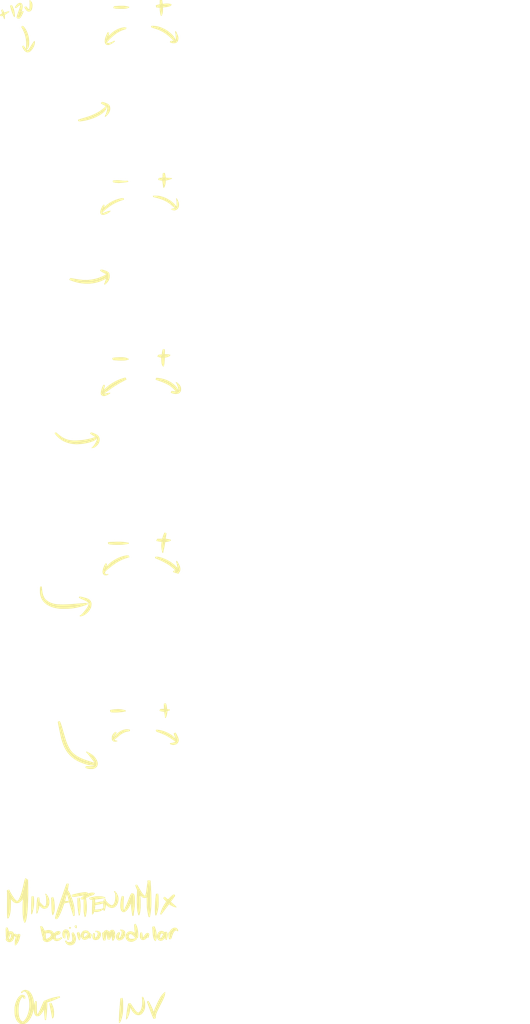
<source format=kicad_pcb>

(kicad_pcb (version 4) (host pcbnew 4.0.7)

	(general
		(links 0)
		(no_connects 0)
		(area 77.052499 41.877835 92.193313 53.630501)
		(thickness 1.6)
		(drawings 8)
		(tracks 0)
		(zones 0)
		(modules 1)
		(nets 1)
	)

	(page A4)
	(layers
		(0 F.Cu signal)
		(31 B.Cu signal)
		(32 B.Adhes user)
		(33 F.Adhes user)
		(34 B.Paste user)
		(35 F.Paste user)
		(36 B.SilkS user)
		(37 F.SilkS user)
		(38 B.Mask user)
		(39 F.Mask user)
		(40 Dwgs.User user)
		(41 Cmts.User user)
		(42 Eco1.User user)
		(43 Eco2.User user)
		(44 Edge.Cuts user)
		(45 Margin user)
		(46 B.CrtYd user)
		(47 F.CrtYd user)
		(48 B.Fab user)
		(49 F.Fab user)
	)

	(setup
		(last_trace_width 0.25)
		(trace_clearance 0.2)
		(zone_clearance 0.508)
		(zone_45_only no)
		(trace_min 0.2)
		(segment_width 0.2)
		(edge_width 0.15)
		(via_size 0.6)
		(via_drill 0.4)
		(via_min_size 0.4)
		(via_min_drill 0.3)
		(uvia_size 0.3)
		(uvia_drill 0.1)
		(uvias_allowed no)
		(uvia_min_size 0.2)
		(uvia_min_drill 0.1)
		(pcb_text_width 0.3)
		(pcb_text_size 1.5 1.5)
		(mod_edge_width 0.15)
		(mod_text_size 1 1)
		(mod_text_width 0.15)
		(pad_size 1.524 1.524)
		(pad_drill 0.762)
		(pad_to_mask_clearance 0.2)
		(aux_axis_origin 0 0)
		(visible_elements FFFFFF7F)
		(pcbplotparams
			(layerselection 0x010f0_80000001)
			(usegerberextensions false)
			(excludeedgelayer true)
			(linewidth 0.100000)
			(plotframeref false)
			(viasonmask false)
			(mode 1)
			(useauxorigin false)
			(hpglpennumber 1)
			(hpglpenspeed 20)
			(hpglpendiameter 15)
			(hpglpenoverlay 2)
			(psnegative false)
			(psa4output false)
			(plotreference true)
			(plotvalue true)
			(plotinvisibletext false)
			(padsonsilk false)
			(subtractmaskfromsilk false)
			(outputformat 1)
			(mirror false)
			(drillshape 1)
			(scaleselection 1)
			(outputdirectory gerbers/))
	)

	(net 0 "")

	(net_class Default "This is the default net class."
		(clearance 0.2)
		(trace_width 0.25)
		(via_dia 0.6)
		(via_drill 0.4)
		(uvia_dia 0.3)
		(uvia_drill 0.1)
	)
(module LOGO (layer F.Cu)
  (at 0 0)
 (fp_text reference "G***" (at 0 0) (layer F.SilkS) hide
  (effects (font (thickness 0.3)))
  )
  (fp_text value "LOGO" (at 0.75 0) (layer F.SilkS) hide
  (effects (font (thickness 0.3)))
  )
)
(module LOGO (layer F.Cu)
  (at 0 0)
 (fp_text reference "G***" (at 0 0) (layer F.SilkS) hide
  (effects (font (thickness 0.3)))
  )
  (fp_text value "LOGO" (at 0.75 0) (layer F.SilkS) hide
  (effects (font (thickness 0.3)))
  )
)
(module LOGO (layer F.Cu)
  (at 0 0)
 (fp_text reference "G***" (at 0 0) (layer F.SilkS) hide
  (effects (font (thickness 0.3)))
  )
  (fp_text value "LOGO" (at 0.75 0) (layer F.SilkS) hide
  (effects (font (thickness 0.3)))
  )
  (fp_poly (pts (xy -46.179008 4.365389) (xy -46.042534 4.425042) (xy -45.913499 4.519009) (xy -45.861346 4.570167) (xy -45.762532 4.700206) (xy -45.674770 4.863758) (xy -45.600643 5.052859) (xy -45.542730 5.259546)
     (xy -45.503616 5.475853) (xy -45.485881 5.693818) (xy -45.485178 5.730515) (xy -45.483189 5.937250) (xy -45.454021 5.789083) (xy -45.433738 5.698379) (xy -45.410027 5.610049) (xy -45.390760 5.550958)
     (xy -45.364729 5.493709) (xy -45.337330 5.467324) (xy -45.300208 5.461324) (xy -45.249979 5.467013) (xy -45.222583 5.477199) (xy -45.215548 5.503402) (xy -45.209777 5.568584) (xy -45.205410 5.669409)
     (xy -45.202584 5.802537) (xy -45.201435 5.964631) (xy -45.201416 5.990167) (xy -45.199506 6.209710) (xy -45.193582 6.389671) (xy -45.183356 6.532635) (xy -45.168541 6.641188) (xy -45.148848 6.717918)
     (xy -45.123990 6.765409) (xy -45.113907 6.775693) (xy -45.092062 6.785902) (xy -45.085148 6.760809) (xy -45.085000 6.751320) (xy -45.073926 6.706310) (xy -45.045606 6.644200) (xy -45.023339 6.605853)
     (xy -44.981689 6.536243) (xy -44.937924 6.454309) (xy -44.889554 6.354705) (xy -44.834092 6.232083) (xy -44.769047 6.081096) (xy -44.691932 5.896397) (xy -44.682588 5.873750) (xy -44.632763 5.755114)
     (xy -44.585607 5.646940) (xy -44.544484 5.556638) (xy -44.512760 5.491616) (xy -44.495146 5.461000) (xy -44.441022 5.416201) (xy -44.384218 5.395881) (xy -44.323418 5.378897) (xy -44.247854 5.349083)
     (xy -44.206583 5.329489) (xy -44.101394 5.281625) (xy -43.969306 5.230399) (xy -43.824899 5.180900) (xy -43.682755 5.138218) (xy -43.592750 5.115202) (xy -43.407049 5.072518) (xy -43.258299 5.039351)
     (xy -43.142374 5.014980) (xy -43.055150 4.998682) (xy -42.992499 4.989737) (xy -42.950297 4.987424) (xy -42.924419 4.991022) (xy -42.913965 4.996537) (xy -42.891116 5.030416) (xy -42.884291 5.069870)
     (xy -42.894818 5.097364) (xy -42.906038 5.101167) (xy -42.931922 5.109575) (xy -42.989337 5.132844) (xy -43.071406 5.168039) (xy -43.171246 5.212228) (xy -43.249996 5.247839) (xy -43.409671 5.320141)
     (xy -43.538750 5.377106) (xy -43.644813 5.421692) (xy -43.735442 5.456854) (xy -43.818217 5.485551) (xy -43.900718 5.510739) (xy -43.979899 5.532559) (xy -44.155381 5.579223) (xy -44.161862 5.991070)
     (xy -44.168570 6.202977) (xy -44.181585 6.432617) (xy -44.199478 6.657931) (xy -44.214577 6.805083) (xy -44.233466 6.969560) (xy -44.248364 7.096777) (xy -44.260322 7.191506) (xy -44.270388 7.258519)
     (xy -44.279612 7.302589) (xy -44.289042 7.328486) (xy -44.299728 7.340985) (xy -44.312719 7.344857) (xy -44.329065 7.344873) (xy -44.333245 7.344833) (xy -44.366351 7.338823) (xy -44.384651 7.313299)
     (xy -44.396030 7.257018) (xy -44.396328 7.254875) (xy -44.405892 7.176590) (xy -44.417039 7.071148) (xy -44.428951 6.948012) (xy -44.440811 6.816644) (xy -44.451801 6.686506) (xy -44.461102 6.567063)
     (xy -44.467896 6.467776) (xy -44.471366 6.398108) (xy -44.471640 6.383642) (xy -44.472114 6.275917) (xy -44.558217 6.435664) (xy -44.633973 6.563222) (xy -44.718406 6.683674) (xy -44.804858 6.788823)
     (xy -44.886664 6.870470) (xy -44.948249 6.915653) (xy -45.035504 6.949587) (xy -45.131628 6.963127) (xy -45.219505 6.954916) (xy -45.258793 6.940280) (xy -45.333188 6.878184) (xy -45.395838 6.781231)
     (xy -45.444277 6.655866) (xy -45.476038 6.508534) (xy -45.488655 6.345683) (xy -45.488723 6.339417) (xy -45.490145 6.170083) (xy -45.529081 6.354743) (xy -45.607269 6.653405) (xy -45.709914 6.926864)
     (xy -45.835284 7.171592) (xy -45.981649 7.384059) (xy -46.097601 7.513628) (xy -46.211802 7.614723) (xy -46.322591 7.682511) (xy -46.442848 7.722758) (xy -46.585452 7.741229) (xy -46.608696 7.742439)
     (xy -46.697425 7.745558) (xy -46.758806 7.743026) (xy -46.807773 7.731305) (xy -46.859258 7.706858) (xy -46.926500 7.667176) (xy -47.066425 7.559051) (xy -47.183820 7.417264) (xy -47.279265 7.240850)
     (xy -47.353341 7.028845) (xy -47.382595 6.908962) (xy -47.400560 6.793348) (xy -47.412907 6.648369) (xy -47.419481 6.486641) (xy -47.420120 6.320779) (xy -47.414669 6.163398) (xy -47.402967 6.027113)
     (xy -47.394400 5.969000) (xy -47.341850 5.735753) (xy -47.271244 5.518762) (xy -47.185127 5.322682) (xy -47.086044 5.152167) (xy -46.976539 5.011873) (xy -46.859157 4.906455) (xy -46.790514 4.864175)
     (xy -46.698603 4.834082) (xy -46.598387 4.828509) (xy -46.504592 4.846440) (xy -46.431949 4.886859) (xy -46.429535 4.889076) (xy -46.373664 4.965344) (xy -46.343488 5.056898) (xy -46.344379 5.143330)
     (xy -46.364321 5.200786) (xy -46.397729 5.223411) (xy -46.455945 5.218651) (xy -46.458303 5.218139) (xy -46.502837 5.198568) (xy -46.531304 5.156013) (xy -46.543036 5.122209) (xy -46.562907 5.067292)
     (xy -46.581931 5.032216) (xy -46.586336 5.028008) (xy -46.614645 5.033498) (xy -46.657409 5.068530) (xy -46.708414 5.125702) (xy -46.761445 5.197612) (xy -46.810289 5.276857) (xy -46.834325 5.323417)
     (xy -46.876405 5.422998) (xy -46.917500 5.538145) (xy -46.946918 5.637400) (xy -46.987384 5.837185) (xy -47.013681 6.056554) (xy -47.025900 6.285644) (xy -47.024131 6.514586) (xy -47.008466 6.733515)
     (xy -46.978993 6.932566) (xy -46.935805 7.101871) (xy -46.933402 7.109042) (xy -46.881926 7.229210) (xy -46.816610 7.334179) (xy -46.743200 7.417458) (xy -46.667441 7.472558) (xy -46.595076 7.492989)
     (xy -46.593523 7.493000) (xy -46.548917 7.475413) (xy -46.489970 7.427156) (xy -46.422127 7.354982) (xy -46.350835 7.265646) (xy -46.281538 7.165900) (xy -46.219684 7.062499) (xy -46.176710 6.976066)
     (xy -46.059665 6.662677) (xy -45.979930 6.338999) (xy -45.938160 6.010730) (xy -45.935015 5.683568) (xy -45.971151 5.363208) (xy -45.983270 5.299869) (xy -46.014728 5.153843) (xy -46.043826 5.038538)
     (xy -46.074236 4.942773) (xy -46.109631 4.855366) (xy -46.153682 4.765137) (xy -46.167499 4.738910) (xy -46.243662 4.619099) (xy -46.323746 4.536679) (xy -46.405582 4.493579) (xy -46.450201 4.487333)
     (xy -46.501691 4.494720) (xy -46.549984 4.521943) (xy -46.608530 4.576593) (xy -46.608764 4.576836) (xy -46.661069 4.627376) (xy -46.696231 4.649419) (xy -46.723105 4.647880) (xy -46.729998 4.644116)
     (xy -46.763044 4.615279) (xy -46.767660 4.582693) (xy -46.741990 4.538976) (xy -46.689139 4.481692) (xy -46.577987 4.398202) (xy -46.452243 4.351381) (xy -46.317414 4.340640) (xy -46.179008 4.365389) )(layer F.SilkS) (width  0.010000)
  )
  (fp_poly (pts (xy -36.615907 5.283891) (xy -36.605176 5.356177) (xy -36.597143 5.455275) (xy -36.591655 5.584932) (xy -36.588562 5.748898) (xy -36.587712 5.950919) (xy -36.587757 5.979583) (xy -36.588640 6.160364)
     (xy -36.590731 6.306518) (xy -36.594475 6.425749) (xy -36.600317 6.525755) (xy -36.608702 6.614238) (xy -36.620076 6.698899) (xy -36.634253 6.783917) (xy -36.668880 6.954017) (xy -36.709918 7.116145)
     (xy -36.755395 7.265263) (xy -36.803339 7.396334) (xy -36.851775 7.504321) (xy -36.898732 7.584187) (xy -36.942236 7.630895) (xy -36.970000 7.641167) (xy -36.980744 7.638176) (xy -36.988812 7.626014)
     (xy -36.994408 7.599892) (xy -36.997736 7.555023) (xy -36.999001 7.486621) (xy -36.998406 7.389897) (xy -36.996155 7.260064) (xy -36.992786 7.106708) (xy -36.987859 6.939166) (xy -36.980887 6.766260)
     (xy -36.972434 6.598668) (xy -36.963067 6.447066) (xy -36.953348 6.322130) (xy -36.948847 6.275917) (xy -36.936445 6.150128) (xy -36.922953 5.997291) (xy -36.909627 5.832629) (xy -36.897721 5.671361)
     (xy -36.892128 5.588000) (xy -36.883460 5.463277) (xy -36.874533 5.353253) (xy -36.866012 5.264854) (xy -36.858564 5.205009) (xy -36.852953 5.180745) (xy -36.825058 5.168684) (xy -36.770874 5.156351)
     (xy -36.742052 5.151802) (xy -36.645231 5.138531) (xy -36.615907 5.283891) )(layer F.SilkS) (width  0.010000)
  )
  (fp_poly (pts (xy -34.599234 5.034416) (xy -34.579427 5.061716) (xy -34.555328 5.115344) (xy -34.525739 5.191450) (xy -34.489260 5.292837) (xy -34.454040 5.400157) (xy -34.426934 5.492378) (xy -34.424063 5.503333)
     (xy -34.403544 5.617931) (xy -34.391878 5.757130) (xy -34.389263 5.905132) (xy -34.395897 6.046139) (xy -34.411978 6.164354) (xy -34.415575 6.180667) (xy -34.467997 6.343802) (xy -34.543227 6.496879)
     (xy -34.635746 6.631871) (xy -34.740034 6.740751) (xy -34.850572 6.815491) (xy -34.852837 6.816596) (xy -34.911191 6.841433) (xy -34.964797 6.853185) (xy -35.030337 6.853984) (xy -35.101078 6.848314)
     (xy -35.207376 6.831993) (xy -35.296051 6.802099) (xy -35.380457 6.752156) (xy -35.473944 6.675686) (xy -35.493499 6.657933) (xy -35.575991 6.573526) (xy -35.650570 6.476683) (xy -35.724351 6.357282)
     (xy -35.786318 6.241198) (xy -35.865632 6.085417) (xy -35.882327 6.247443) (xy -35.902748 6.391538) (xy -35.933924 6.542282) (xy -35.973609 6.693649) (xy -36.019562 6.839613) (xy -36.069539 6.974149)
     (xy -36.121297 7.091231) (xy -36.172593 7.184832) (xy -36.221184 7.248927) (xy -36.264827 7.277491) (xy -36.265833 7.277697) (xy -36.290450 7.276057) (xy -36.296660 7.250776) (xy -36.292470 7.214343)
     (xy -36.286228 7.161697) (xy -36.278830 7.080782) (xy -36.271504 6.985598) (xy -36.268612 6.942667) (xy -36.255631 6.795794) (xy -36.234180 6.618064) (xy -36.205862 6.419736) (xy -36.172278 6.211068)
     (xy -36.135030 6.002322) (xy -36.095721 5.803758) (xy -36.077749 5.720292) (xy -36.066667 5.692445) (xy -36.041835 5.678166) (xy -35.991885 5.673103) (xy -35.953338 5.672667) (xy -35.839482 5.672667)
     (xy -35.649947 5.963708) (xy -35.578218 6.072302) (xy -35.506709 6.177838) (xy -35.441884 6.270958) (xy -35.390208 6.342308) (xy -35.371717 6.366398) (xy -35.299108 6.448177) (xy -35.222071 6.519003)
     (xy -35.149190 6.572138) (xy -35.089051 6.600844) (xy -35.068983 6.604000) (xy -35.034161 6.589713) (xy -34.982439 6.552372) (xy -34.928553 6.503458) (xy -34.867779 6.432256) (xy -34.817967 6.348566)
     (xy -34.776086 6.244904) (xy -34.739104 6.113786) (xy -34.704482 5.950327) (xy -34.686942 5.825279) (xy -34.676048 5.678612) (xy -34.671964 5.523957) (xy -34.674855 5.374947) (xy -34.684885 5.245213)
     (xy -34.695190 5.178276) (xy -34.706878 5.112422) (xy -34.712263 5.065798) (xy -34.711065 5.050723) (xy -34.686456 5.041033) (xy -34.647444 5.030386) (xy -34.620118 5.026340) (xy -34.599234 5.034416) )(layer F.SilkS) (width  0.010000)
  )
  (fp_poly (pts (xy -32.397939 4.562695) (xy -32.389773 4.600460) (xy -32.392842 4.668496) (xy -32.395331 4.693353) (xy -32.405051 4.767896) (xy -32.418996 4.840955) (xy -32.439012 4.917067) (xy -32.466949 5.000770)
     (xy -32.504653 5.096601) (xy -32.553973 5.209100) (xy -32.616757 5.342802) (xy -32.694853 5.502247) (xy -32.790108 5.691972) (xy -32.850165 5.810250) (xy -32.959553 6.026060) (xy -33.050765 6.208698)
     (xy -33.125504 6.362371) (xy -33.185475 6.491282) (xy -33.232381 6.599637) (xy -33.267924 6.691641) (xy -33.293808 6.771497) (xy -33.311737 6.843412) (xy -33.323414 6.911589) (xy -33.330541 6.980235)
     (xy -33.331914 6.999507) (xy -33.338456 7.085438) (xy -33.346424 7.138672) (xy -33.359120 7.168802) (xy -33.379845 7.185425) (xy -33.398606 7.193315) (xy -33.468270 7.217877) (xy -33.510159 7.226359)
     (xy -33.535817 7.218367) (xy -33.556787 7.193509) (xy -33.560560 7.187817) (xy -33.585197 7.141180) (xy -33.622452 7.058147) (xy -33.670920 6.942266) (xy -33.729193 6.797083) (xy -33.795868 6.626145)
     (xy -33.869536 6.433001) (xy -33.948794 6.221196) (xy -34.016152 6.038315) (xy -34.066966 5.899095) (xy -34.112619 5.773420) (xy -34.151196 5.666619) (xy -34.180777 5.584017) (xy -34.199445 5.530943)
     (xy -34.205333 5.512780) (xy -34.188590 5.498586) (xy -34.147443 5.474553) (xy -34.138956 5.470095) (xy -34.093544 5.449396) (xy -34.064929 5.452376) (xy -34.034057 5.483319) (xy -34.023684 5.496010)
     (xy -33.981970 5.556720) (xy -33.928338 5.648750) (xy -33.866779 5.764191) (xy -33.801281 5.895132) (xy -33.735835 6.033664) (xy -33.674430 6.171875) (xy -33.635005 6.266637) (xy -33.592533 6.371277)
     (xy -33.562512 6.441217) (xy -33.541976 6.481180) (xy -33.527959 6.495894) (xy -33.517494 6.490082) (xy -33.507875 6.469157) (xy -33.491795 6.421223) (xy -33.485666 6.392667) (xy -33.477165 6.358540)
     (xy -33.453592 6.292837) (xy -33.417846 6.202315) (xy -33.372824 6.093729) (xy -33.321426 5.973834) (xy -33.266550 5.849385) (xy -33.211092 5.727138) (xy -33.157952 5.613848) (xy -33.110028 5.516270)
     (xy -33.107775 5.511834) (xy -33.014937 5.332108) (xy -32.935280 5.184682) (xy -32.864754 5.063189) (xy -32.799311 4.961261) (xy -32.734901 4.872529) (xy -32.667474 4.790626) (xy -32.606404 4.723361)
     (xy -32.521573 4.635533) (xy -32.460667 4.579781) (xy -32.420513 4.555652) (xy -32.397939 4.562695) )(layer F.SilkS) (width  0.010000)
  )
  (fp_poly (pts (xy -43.747852 5.637278) (xy -43.712283 5.691754) (xy -43.677214 5.762625) (xy -43.578327 6.008367) (xy -43.515144 6.254054) (xy -43.484014 6.514524) (xy -43.481852 6.556513) (xy -43.479341 6.743952)
     (xy -43.490200 6.894861) (xy -43.515105 7.013093) (xy -43.554730 7.102503) (xy -43.584356 7.142266) (xy -43.623522 7.180856) (xy -43.644916 7.187095) (xy -43.651921 7.175500) (xy -43.658513 7.145743)
     (xy -43.671513 7.081177) (xy -43.689593 6.988609) (xy -43.711427 6.874852) (xy -43.735686 6.746714) (xy -43.740627 6.720417) (xy -43.769095 6.570191) (xy -43.799168 6.414074) (xy -43.828451 6.264319)
     (xy -43.854551 6.133181) (xy -43.872949 6.043083) (xy -43.900386 5.911899) (xy -43.919925 5.816133) (xy -43.931700 5.749636) (xy -43.935847 5.706264) (xy -43.932498 5.679867) (xy -43.921790 5.664301)
     (xy -43.903855 5.653417) (xy -43.881710 5.642576) (xy -43.824703 5.617305) (xy -43.782704 5.614000) (xy -43.747852 5.637278) )(layer F.SilkS) (width  0.010000)
  )
  (fp_poly (pts (xy -48.146682 -1.880854) (xy -48.120526 -1.865652) (xy -48.098717 -1.828828) (xy -48.072943 -1.762125) (xy -48.043971 -1.677281) (xy -48.017490 -1.591820) (xy -48.005570 -1.548690) (xy -47.987889 -1.492182)
     (xy -47.969519 -1.469809) (xy -47.946499 -1.472740) (xy -47.881486 -1.490543) (xy -47.799178 -1.499827) (xy -47.723499 -1.498475) (xy -47.700508 -1.494499) (xy -47.621405 -1.455782) (xy -47.551053 -1.388061)
     (xy -47.502631 -1.304435) (xy -47.499001 -1.294200) (xy -47.471174 -1.209884) (xy -47.398780 -1.244406) (xy -47.333362 -1.265767) (xy -47.298745 -1.258589) (xy -47.262568 -1.232513) (xy -47.213470 -1.197699)
     (xy -47.212008 -1.196671) (xy -47.152912 -1.155091) (xy -47.121791 -1.201962) (xy -47.075201 -1.240190) (xy -47.006640 -1.245314) (xy -46.913681 -1.217514) (xy -46.913328 -1.217366) (xy -46.866642 -1.195218)
     (xy -46.847245 -1.170880) (xy -46.847166 -1.128557) (xy -46.851886 -1.095658) (xy -46.873298 -0.980427) (xy -46.903070 -0.851999) (xy -46.937436 -0.724440) (xy -46.972629 -0.611820) (xy -47.002286 -0.533976)
     (xy -47.045144 -0.448874) (xy -47.098978 -0.359200) (xy -47.158020 -0.272710) (xy -47.216502 -0.197163) (xy -47.268657 -0.140313) (xy -47.308716 -0.109918) (xy -47.319847 -0.106909) (xy -47.362175 -0.112118)
     (xy -47.378055 -0.119945) (xy -47.383939 -0.145798) (xy -47.388621 -0.204371) (xy -47.391516 -0.286056) (xy -47.392166 -0.351972) (xy -47.389376 -0.475317) (xy -47.379385 -0.574367) (xy -47.359767 -0.666887)
     (xy -47.339918 -0.734418) (xy -47.287670 -0.898948) (xy -47.355735 -0.973349) (xy -47.398822 -1.021029) (xy -47.429803 -1.056366) (xy -47.437018 -1.065144) (xy -47.445003 -1.056848) (xy -47.450718 -1.016406)
     (xy -47.452235 -0.982965) (xy -47.471379 -0.842032) (xy -47.519632 -0.712343) (xy -47.591934 -0.599859) (xy -47.683224 -0.510540) (xy -47.788442 -0.450349) (xy -47.902527 -0.425246) (xy -47.925945 -0.424960)
     (xy -48.046274 -0.440441) (xy -48.140191 -0.483551) (xy -48.216801 -0.558887) (xy -48.231533 -0.579218) (xy -48.281637 -0.660325) (xy -48.289371 -0.681880) (xy -47.984830 -0.681880) (xy -47.971912 -0.680342)
     (xy -47.940658 -0.700262) (xy -47.902343 -0.732848) (xy -47.868242 -0.769304) (xy -47.861810 -0.777832) (xy -47.803985 -0.888184) (xy -47.766808 -1.019437) (xy -47.755307 -1.153146) (xy -47.755799 -1.166696)
     (xy -47.761865 -1.234448) (xy -47.773259 -1.265845) (xy -47.792512 -1.260123) (xy -47.822157 -1.216521) (xy -47.864724 -1.134277) (xy -47.864935 -1.133845) (xy -47.889680 -1.072136) (xy -47.917260 -0.986411)
     (xy -47.944095 -0.890164) (xy -47.966606 -0.796889) (xy -47.981213 -0.720080) (xy -47.984830 -0.681880) (xy -48.289371 -0.681880) (xy -48.300632 -0.713259) (xy -48.288625 -0.738436) (xy -48.274378 -0.740833)
     (xy -48.258919 -0.750439) (xy -48.255432 -0.784716) (xy -48.263087 -0.851852) (xy -48.263103 -0.851958) (xy -48.269013 -0.907825) (xy -48.275556 -0.997333) (xy -48.282229 -1.111806) (xy -48.288531 -1.242570)
     (xy -48.293958 -1.380946) (xy -48.294300 -1.390925) (xy -48.299181 -1.547588) (xy -48.301077 -1.667005) (xy -48.298876 -1.754220) (xy -48.291470 -1.814277) (xy -48.277750 -1.852222) (xy -48.256606 -1.873100)
     (xy -48.226929 -1.881955) (xy -48.187609 -1.883832) (xy -48.185906 -1.883833) (xy -48.146682 -1.880854) )(layer F.SilkS) (width  0.010000)
  )
  (fp_poly (pts (xy -41.558963 -1.386129) (xy -41.529748 -1.365923) (xy -41.528447 -1.364750) (xy -41.490341 -1.317169) (xy -41.445088 -1.241406) (xy -41.398615 -1.149543) (xy -41.356850 -1.053662) (xy -41.325720 -0.965845)
     (xy -41.317243 -0.934272) (xy -41.296976 -0.777974) (xy -41.306444 -0.623247) (xy -41.343237 -0.478415) (xy -41.404948 -0.351797) (xy -41.489166 -0.251715) (xy -41.522514 -0.225201) (xy -41.590325 -0.181581)
     (xy -41.656763 -0.145633) (xy -41.683854 -0.133902) (xy -41.776381 -0.114000) (xy -41.886441 -0.110680) (xy -41.992700 -0.123740) (xy -42.040285 -0.137272) (xy -42.134238 -0.179458) (xy -42.205019 -0.232868)
     (xy -42.265549 -0.308986) (xy -42.302097 -0.369930) (xy -42.338527 -0.437850) (xy -42.364838 -0.492202) (xy -42.375630 -0.521786) (xy -42.375666 -0.522512) (xy -42.358432 -0.545280) (xy -42.317616 -0.569988)
     (xy -42.274181 -0.585290) (xy -42.250017 -0.576129) (xy -42.238241 -0.558755) (xy -42.208417 -0.516621) (xy -42.168068 -0.470017) (xy -42.139834 -0.444334) (xy -42.108738 -0.429807) (xy -42.063225 -0.424104)
     (xy -41.991740 -0.424889) (xy -41.952726 -0.426523) (xy -41.839757 -0.437866) (xy -41.760525 -0.463680) (xy -41.707350 -0.509678) (xy -41.672550 -0.581574) (xy -41.655586 -0.647575) (xy -41.646300 -0.705489)
     (xy -41.643982 -0.765337) (xy -41.649231 -0.837936) (xy -41.662647 -0.934106) (xy -41.675840 -1.013276) (xy -41.692848 -1.114573) (xy -41.706759 -1.202677) (xy -41.716125 -1.268047) (xy -41.719500 -1.300947)
     (xy -41.701102 -1.331785) (xy -41.654172 -1.362632) (xy -41.643151 -1.367561) (xy -41.590910 -1.386532) (xy -41.558963 -1.386129) )(layer F.SilkS) (width  0.010000)
  )
  (fp_poly (pts (xy -44.699456 -2.015488) (xy -44.663946 -1.989607) (xy -44.616956 -1.930437) (xy -44.562533 -1.844073) (xy -44.504722 -1.736610) (xy -44.478567 -1.682750) (xy -44.447624 -1.617184) (xy -44.424552 -1.568715)
     (xy -44.414537 -1.548217) (xy -44.394264 -1.550855) (xy -44.346947 -1.565776) (xy -44.308411 -1.579967) (xy -44.207163 -1.606655) (xy -44.086922 -1.619686) (xy -43.961775 -1.619269) (xy -43.845808 -1.605610)
     (xy -43.753105 -1.578919) (xy -43.737672 -1.571551) (xy -43.663534 -1.521091) (xy -43.592468 -1.453734) (xy -43.535878 -1.381895) (xy -43.505286 -1.318475) (xy -43.495988 -1.290407) (xy -43.482484 -1.289129)
     (xy -43.455217 -1.317131) (xy -43.439573 -1.335594) (xy -43.340096 -1.425184) (xy -43.219317 -1.489309) (xy -43.090966 -1.521374) (xy -43.047708 -1.523802) (xy -42.967235 -1.519713) (xy -42.915122 -1.504842)
     (xy -42.883666 -1.481667) (xy -42.847919 -1.418886) (xy -42.843499 -1.344742) (xy -42.870021 -1.275913) (xy -42.888958 -1.253837) (xy -42.955783 -1.205679) (xy -43.041864 -1.162545) (xy -43.129250 -1.132216)
     (xy -43.192477 -1.122298) (xy -43.247647 -1.111011) (xy -43.280655 -1.071720) (xy -43.282436 -1.067921) (xy -43.300917 -0.999071) (xy -43.306102 -0.916144) (xy -43.297787 -0.839563) (xy -43.285088 -0.802942)
     (xy -43.247446 -0.773817) (xy -43.182714 -0.761965) (xy -43.101619 -0.765631) (xy -43.014888 -0.783061) (xy -42.933248 -0.812502) (xy -42.867427 -0.852198) (xy -42.844033 -0.875062) (xy -42.804907 -0.905898)
     (xy -42.763658 -0.899667) (xy -42.716552 -0.859612) (xy -42.669057 -0.809056) (xy -42.790431 -0.710186) (xy -42.886357 -0.635936) (xy -42.964387 -0.586519) (xy -43.036004 -0.556287) (xy -43.112691 -0.539592)
     (xy -43.145340 -0.535644) (xy -43.284282 -0.536760) (xy -43.397843 -0.571401) (xy -43.486828 -0.639832) (xy -43.496384 -0.650921) (xy -43.534726 -0.703359) (xy -43.557885 -0.746455) (xy -43.561000 -0.759462)
     (xy -43.574744 -0.760177) (xy -43.611341 -0.735757) (xy -43.663835 -0.691127) (xy -43.683652 -0.672620) (xy -43.826248 -0.557076) (xy -43.970992 -0.479255) (xy -44.114600 -0.440532) (xy -44.238333 -0.440006)
     (xy -44.371024 -0.470792) (xy -44.473187 -0.526887) (xy -44.550795 -0.612159) (xy -44.579060 -0.660615) (xy -44.609950 -0.728058) (xy -44.616982 -0.766636) (xy -44.600629 -0.782128) (xy -44.589062 -0.783167)
     (xy -44.577146 -0.791890) (xy -44.578806 -0.822103) (xy -44.595192 -0.879867) (xy -44.621938 -0.956195) (xy -44.642449 -1.020481) (xy -44.667036 -1.110157) (xy -44.694138 -1.218014) (xy -44.710484 -1.287254)
     (xy -44.327389 -1.287254) (xy -44.312555 -1.168527) (xy -44.304851 -1.082942) (xy -44.299716 -0.979594) (xy -44.298327 -0.895317) (xy -44.297273 -0.810254) (xy -44.288155 -0.761456) (xy -44.263277 -0.743858)
     (xy -44.214940 -0.752396) (xy -44.135445 -0.782006) (xy -44.129589 -0.784314) (xy -44.008472 -0.844583) (xy -43.907178 -0.919565) (xy -43.831216 -1.003289) (xy -43.786096 -1.089787) (xy -43.776576 -1.166809)
     (xy -43.802991 -1.237848) (xy -43.863128 -1.289746) (xy -43.952164 -1.320860) (xy -44.065271 -1.329547) (xy -44.197625 -1.314163) (xy -44.204869 -1.312689) (xy -44.327389 -1.287254) (xy -44.710484 -1.287254)
     (xy -44.722192 -1.336843) (xy -44.749634 -1.459435) (xy -44.774903 -1.578582) (xy -44.796435 -1.687074) (xy -44.812669 -1.777704) (xy -44.822041 -1.843261) (xy -44.822988 -1.876538) (xy -44.821928 -1.878794)
     (xy -44.826409 -1.899526) (xy -44.842591 -1.919615) (xy -44.867971 -1.953327) (xy -44.873333 -1.969407) (xy -44.854918 -1.987557) (xy -44.810468 -2.004417) (xy -44.756175 -2.015694) (xy -44.708229 -2.017099)
     (xy -44.699456 -2.015488) )(layer F.SilkS) (width  0.010000)
  )
  (fp_poly (pts (xy -35.322526 -2.226333) (xy -35.297062 -2.180968) (xy -35.265195 -2.119695) (xy -35.203068 -1.969321) (xy -35.150699 -1.788024) (xy -35.110200 -1.586518) (xy -35.083687 -1.375517) (xy -35.073275 -1.165736)
     (xy -35.073199 -1.146760) (xy -35.079409 -1.011335) (xy -35.098935 -0.913147) (xy -35.133204 -0.848807) (xy -35.183644 -0.814922) (xy -35.215669 -0.808312) (xy -35.261093 -0.801737) (xy -35.271304 -0.787464)
     (xy -35.253314 -0.754742) (xy -35.251954 -0.752664) (xy -35.236436 -0.724779) (xy -35.237977 -0.702733) (xy -35.262347 -0.677638) (xy -35.315311 -0.640606) (xy -35.331701 -0.629758) (xy -35.439422 -0.561157)
     (xy -35.524865 -0.514537) (xy -35.599176 -0.485897) (xy -35.673502 -0.471238) (xy -35.758987 -0.466560) (xy -35.786698 -0.466495) (xy -35.892301 -0.471885) (xy -35.980951 -0.485614) (xy -36.025666 -0.499363)
     (xy -36.142329 -0.571995) (xy -36.236469 -0.675713) (xy -36.302677 -0.802884) (xy -36.334389 -0.935059) (xy -36.333578 -0.977694) (xy -36.035404 -0.977694) (xy -36.010012 -0.886034) (xy -35.953434 -0.807613)
     (xy -35.896626 -0.766286) (xy -35.840935 -0.750946) (xy -35.757843 -0.744821) (xy -35.661099 -0.747173) (xy -35.564447 -0.757261) (xy -35.481634 -0.774347) (xy -35.437521 -0.790970) (xy -35.367959 -0.827384)
     (xy -35.409483 -0.884651) (xy -35.490112 -0.983700) (xy -35.579389 -1.073252) (xy -35.670678 -1.148460) (xy -35.757345 -1.204480) (xy -35.832754 -1.236468) (xy -35.890271 -1.239577) (xy -35.893949 -1.238417)
     (xy -35.930232 -1.214049) (xy -35.973922 -1.170064) (xy -35.983333 -1.158643) (xy -36.027286 -1.072071) (xy -36.035404 -0.977694) (xy -36.333578 -0.977694) (xy -36.331924 -1.064544) (xy -36.298016 -1.190671)
     (xy -36.237734 -1.304861) (xy -36.156148 -1.398534) (xy -36.058328 -1.463110) (xy -36.012471 -1.479814) (xy -35.854751 -1.503975) (xy -35.703187 -1.486596) (xy -35.555867 -1.427356) (xy -35.500847 -1.393966)
     (xy -35.409944 -1.333658) (xy -35.421638 -1.402371) (xy -35.428826 -1.457908) (xy -35.437515 -1.544896) (xy -35.446881 -1.652515) (xy -35.456101 -1.769946) (xy -35.464349 -1.886369) (xy -35.470802 -1.990966)
     (xy -35.474634 -2.072916) (xy -35.475333 -2.107087) (xy -35.472090 -2.165499) (xy -35.456396 -2.196938) (xy -35.419302 -2.216617) (xy -35.408675 -2.220430) (xy -35.361431 -2.236232) (xy -35.335646 -2.243597)
     (xy -35.334896 -2.243667) (xy -35.322526 -2.226333) )(layer F.SilkS) (width  0.010000)
  )
  (fp_poly (pts (xy -33.483104 -1.999755) (xy -33.452530 -1.974646) (xy -33.422610 -1.922826) (xy -33.387644 -1.838614) (xy -33.371364 -1.795648) (xy -33.315241 -1.618592) (xy -33.273680 -1.430764) (xy -33.247093 -1.240129)
     (xy -33.235893 -1.054654) (xy -33.240491 -0.882304) (xy -33.261300 -0.731046) (xy -33.298732 -0.608844) (xy -33.308868 -0.587375) (xy -33.344332 -0.540397) (xy -33.382966 -0.534901) (xy -33.426834 -0.570931)
     (xy -33.441602 -0.590235) (xy -33.515250 -0.723771) (xy -33.573070 -0.894530) (xy -33.601238 -1.021581) (xy -33.611130 -1.088521) (xy -33.621517 -1.181526) (xy -33.631898 -1.292999) (xy -33.641774 -1.415341)
     (xy -33.650643 -1.540956) (xy -33.658006 -1.662247) (xy -33.663362 -1.771617) (xy -33.666211 -1.861469) (xy -33.666054 -1.924205) (xy -33.662509 -1.952042) (xy -33.638064 -1.967192) (xy -33.588262 -1.986473)
     (xy -33.569028 -1.992559) (xy -33.520036 -2.003832) (xy -33.483104 -1.999755) )(layer F.SilkS) (width  0.010000)
  )
  (fp_poly (pts (xy -37.585922 -1.647040) (xy -37.544063 -1.629964) (xy -37.507176 -1.591044) (xy -37.500483 -1.582208) (xy -37.454175 -1.515946) (xy -37.423838 -1.457626) (xy -37.403692 -1.391952) (xy -37.387954 -1.303627)
     (xy -37.383555 -1.272789) (xy -37.374488 -1.084235) (xy -37.399405 -0.906687) (xy -37.456715 -0.746711) (xy -37.543560 -0.612374) (xy -37.585362 -0.568586) (xy -37.616494 -0.554118) (xy -37.640490 -0.572054)
     (xy -37.660881 -0.625480) (xy -37.681202 -0.717482) (xy -37.684600 -0.735542) (xy -37.701134 -0.830910) (xy -37.714758 -0.920913) (xy -37.723141 -0.989785) (xy -37.724267 -1.003689) (xy -37.727428 -1.041067)
     (xy -37.732953 -1.055509) (xy -37.744040 -1.043038) (xy -37.763891 -0.999679) (xy -37.795705 -0.921454) (xy -37.800917 -0.908439) (xy -37.836387 -0.825863) (xy -37.870392 -0.757021) (xy -37.897460 -0.712623)
     (xy -37.905504 -0.703792) (xy -37.953421 -0.684091) (xy -38.017531 -0.678208) (xy -38.079061 -0.685860) (xy -38.119239 -0.706764) (xy -38.119454 -0.707021) (xy -38.132532 -0.738722) (xy -38.149750 -0.802842)
     (xy -38.168838 -0.889951) (xy -38.186923 -0.987092) (xy -38.204044 -1.084593) (xy -38.219094 -1.165531) (xy -38.230459 -1.221537) (xy -38.236523 -1.244243) (xy -38.236555 -1.244277) (xy -38.243105 -1.228333)
     (xy -38.254612 -1.179123) (xy -38.269484 -1.105206) (xy -38.286132 -1.015140) (xy -38.302964 -0.917483) (xy -38.318389 -0.820794) (xy -38.329161 -0.746097) (xy -38.339716 -0.676227) (xy -38.349523 -0.625428)
     (xy -38.355792 -0.606030) (xy -38.380486 -0.597515) (xy -38.429928 -0.586548) (xy -38.440412 -0.584598) (xy -38.501258 -0.580769) (xy -38.541271 -0.599566) (xy -38.550619 -0.608901) (xy -38.571614 -0.650640)
     (xy -38.593944 -0.726911) (xy -38.616098 -0.830012) (xy -38.636562 -0.952238) (xy -38.653826 -1.085884) (xy -38.663239 -1.182629) (xy -38.677157 -1.349517) (xy -38.603969 -1.373671) (xy -38.534212 -1.415133)
     (xy -38.495580 -1.471641) (xy -38.441749 -1.545239) (xy -38.365757 -1.600870) (xy -38.282527 -1.628432) (xy -38.261949 -1.629754) (xy -38.174241 -1.613481) (xy -38.090397 -1.570740) (xy -38.027980 -1.510981)
     (xy -38.020916 -1.500069) (xy -37.992992 -1.458919) (xy -37.969598 -1.448953) (xy -37.941816 -1.471986) (xy -37.904845 -1.523692) (xy -37.841134 -1.596408) (xy -37.764291 -1.636784) (xy -37.662868 -1.650555)
     (xy -37.651285 -1.650688) (xy -37.585922 -1.647040) )(layer F.SilkS) (width  0.010000)
  )
  (fp_poly (pts (xy -32.674166 -1.533446) (xy -32.586549 -1.504921) (xy -32.511438 -1.465777) (xy -32.473017 -1.432889) (xy -32.448476 -1.410725) (xy -32.421229 -1.415235) (xy -32.394502 -1.431405) (xy -32.323590 -1.456160)
     (xy -32.255093 -1.442892) (xy -32.199628 -1.395107) (xy -32.180674 -1.360755) (xy -32.148337 -1.262043) (xy -32.135916 -1.161216) (xy -32.143514 -1.047802) (xy -32.171233 -0.911330) (xy -32.185607 -0.856546)
     (xy -32.215187 -0.754027) (xy -32.238720 -0.686986) (xy -32.258828 -0.649465) (xy -32.278130 -0.635507) (xy -32.283073 -0.635000) (xy -32.314013 -0.652807) (xy -32.339310 -0.708590) (xy -32.343995 -0.724958)
     (xy -32.360942 -0.783674) (xy -32.374826 -0.824211) (xy -32.378213 -0.831443) (xy -32.396572 -0.825560) (xy -32.435983 -0.794976) (xy -32.488604 -0.745926) (xy -32.499453 -0.735028) (xy -32.599324 -0.643193)
     (xy -32.688162 -0.585482) (xy -32.774618 -0.558542) (xy -32.867344 -0.559019) (xy -32.925193 -0.570002) (xy -33.032565 -0.615298) (xy -33.115000 -0.694485) (xy -33.141111 -0.735353) (xy -33.188918 -0.857027)
     (xy -33.204871 -0.985828) (xy -33.200297 -1.032076) (xy -32.892183 -1.032076) (xy -32.891200 -0.931128) (xy -32.874323 -0.843204) (xy -32.871133 -0.834243) (xy -32.849267 -0.776730) (xy -32.787582 -0.860609)
     (xy -32.744539 -0.923694) (xy -32.693224 -1.005355) (xy -32.649282 -1.080033) (xy -32.610609 -1.150159) (xy -32.591228 -1.193267) (xy -32.588936 -1.218810) (xy -32.601528 -1.236241) (xy -32.611125 -1.243709)
     (xy -32.676117 -1.276877) (xy -32.742664 -1.288956) (xy -32.776415 -1.283577) (xy -32.807669 -1.258432) (xy -32.844022 -1.212072) (xy -32.850466 -1.201919) (xy -32.878272 -1.128267) (xy -32.892183 -1.032076)
     (xy -33.200297 -1.032076) (xy -33.192074 -1.115208) (xy -33.153633 -1.238617) (xy -33.092654 -1.349506) (xy -33.012240 -1.441326) (xy -32.915497 -1.507529) (xy -32.805530 -1.541565) (xy -32.757379 -1.544702)
     (xy -32.674166 -1.533446) )(layer F.SilkS) (width  0.010000)
  )
  (fp_poly (pts (xy -36.638181 -1.655575) (xy -36.528596 -1.608708) (xy -36.444294 -1.535928) (xy -36.423340 -1.506623) (xy -36.389662 -1.420639) (xy -36.374808 -1.310449) (xy -36.378737 -1.189746) (xy -36.401410 -1.072221)
     (xy -36.424798 -1.007103) (xy -36.509444 -0.857792) (xy -36.615664 -0.739148) (xy -36.739455 -0.654401) (xy -36.876811 -0.606781) (xy -36.930533 -0.599195) (xy -37.007671 -0.595711) (xy -37.061735 -0.604282)
     (xy -37.111154 -0.628609) (xy -37.126333 -0.638522) (xy -37.208627 -0.717756) (xy -37.261338 -0.819119) (xy -37.284580 -0.934572) (xy -37.278467 -1.056073) (xy -37.243111 -1.175582) (xy -37.178627 -1.285059)
     (xy -37.116260 -1.351379) (xy -37.043674 -1.403831) (xy -36.987510 -1.417999) (xy -36.945747 -1.393704) (xy -36.917230 -1.333708) (xy -36.903352 -1.275260) (xy -36.908276 -1.234822) (xy -36.934859 -1.191188)
     (xy -36.936777 -1.188584) (xy -36.969833 -1.123030) (xy -36.990285 -1.041079) (xy -36.996981 -0.956651) (xy -36.988766 -0.883672) (xy -36.965875 -0.837399) (xy -36.936435 -0.811999) (xy -36.920436 -0.820639)
     (xy -36.908700 -0.849193) (xy -36.885123 -0.904863) (xy -36.856750 -0.963083) (xy -36.804844 -1.064839) (xy -36.770274 -1.142804) (xy -36.748914 -1.209675) (xy -36.736633 -1.278146) (xy -36.729805 -1.353476)
     (xy -36.726172 -1.447576) (xy -36.733163 -1.508355) (xy -36.754263 -1.544215) (xy -36.792958 -1.563562) (xy -36.819416 -1.569564) (xy -36.856991 -1.595294) (xy -36.868514 -1.624758) (xy -36.868907 -1.652362)
     (xy -36.853313 -1.666483) (xy -36.811909 -1.671580) (xy -36.764071 -1.672167) (xy -36.638181 -1.655575) )(layer F.SilkS) (width  0.010000)
  )
  (fp_poly (pts (xy -41.011918 -1.432255) (xy -40.977745 -1.401351) (xy -40.939831 -1.339287) (xy -40.902414 -1.256482) (xy -40.869731 -1.163349) (xy -40.846021 -1.070307) (xy -40.836172 -1.000314) (xy -40.836946 -0.901251)
     (xy -40.850781 -0.804504) (xy -40.874818 -0.719061) (xy -40.906201 -0.653908) (xy -40.942074 -0.618032) (xy -40.959021 -0.613833) (xy -40.992520 -0.626220) (xy -40.999833 -0.642604) (xy -41.009264 -0.675692)
     (xy -41.033720 -0.732111) (xy -41.060522 -0.785479) (xy -41.088585 -0.853198) (xy -41.118453 -0.949152) (xy -41.146830 -1.059547) (xy -41.170425 -1.170594) (xy -41.185944 -1.268501) (xy -41.190333 -1.329104)
     (xy -41.172890 -1.355695) (xy -41.130643 -1.387605) (xy -41.078720 -1.416089) (xy -41.032246 -1.432400) (xy -41.011918 -1.432255) )(layer F.SilkS) (width  0.010000)
  )
  (fp_poly (pts (xy -39.165730 -1.555891) (xy -39.056768 -1.522488) (xy -38.953257 -1.468940) (xy -38.868605 -1.401809) (xy -38.825708 -1.346756) (xy -38.805604 -1.281248) (xy -38.800118 -1.191892) (xy -38.808594 -1.094321)
     (xy -38.830376 -1.004168) (xy -38.841230 -0.976798) (xy -38.915746 -0.846790) (xy -39.006762 -0.744091) (xy -39.101975 -0.678999) (xy -39.199836 -0.646828) (xy -39.309318 -0.634506) (xy -39.414818 -0.642189)
     (xy -39.500733 -0.670033) (xy -39.509277 -0.674914) (xy -39.579798 -0.741430) (xy -39.626868 -0.835558) (xy -39.649034 -0.948741) (xy -39.644843 -1.072419) (xy -39.612841 -1.198037) (xy -39.602481 -1.223795)
     (xy -39.570061 -1.291499) (xy -39.541305 -1.324036) (xy -39.506716 -1.326476) (xy -39.456800 -1.303888) (xy -39.454666 -1.302710) (xy -39.427950 -1.284739) (xy -39.412029 -1.260507) (xy -39.404017 -1.219614)
     (xy -39.401027 -1.151659) (xy -39.400538 -1.107669) (xy -39.394188 -0.995633) (xy -39.377880 -0.911620) (xy -39.352998 -0.860539) (xy -39.326922 -0.846667) (xy -39.307479 -0.863107) (xy -39.306500 -0.870331)
     (xy -39.293490 -0.899199) (xy -39.260539 -0.945208) (xy -39.240352 -0.969333) (xy -39.162198 -1.081294) (xy -39.122668 -1.198351) (xy -39.116000 -1.278703) (xy -39.129724 -1.361588) (xy -39.172183 -1.413892)
     (xy -39.245308 -1.437497) (xy -39.280865 -1.439333) (xy -39.328613 -1.442875) (xy -39.345861 -1.460575) (xy -39.344947 -1.497542) (xy -39.333209 -1.538734) (xy -39.301700 -1.557361) (xy -39.266731 -1.562586)
     (xy -39.165730 -1.555891) )(layer F.SilkS) (width  0.010000)
  )
  (fp_poly (pts (xy -34.775333 -1.389286) (xy -34.772179 -1.388661) (xy -34.720661 -1.374841) (xy -34.689628 -1.360129) (xy -34.689042 -1.359562) (xy -34.679647 -1.332735) (xy -34.667606 -1.274606) (xy -34.655031 -1.195938)
     (xy -34.650716 -1.164167) (xy -34.638439 -1.073219) (xy -34.626529 -0.991519) (xy -34.617114 -0.933494) (xy -34.615271 -0.923733) (xy -34.605331 -0.883604) (xy -34.594451 -0.881226) (xy -34.578853 -0.905354)
     (xy -34.534768 -0.974881) (xy -34.475464 -1.059410) (xy -34.410855 -1.145633) (xy -34.350856 -1.220242) (xy -34.312200 -1.263269) (xy -34.231659 -1.325105) (xy -34.153192 -1.347992) (xy -34.080662 -1.331075)
     (xy -34.061558 -1.318802) (xy -34.006101 -1.271090) (xy -33.980353 -1.225619) (xy -33.980507 -1.168556) (xy -33.999945 -1.094908) (xy -34.020340 -1.020260) (xy -34.033410 -0.953313) (xy -34.036000 -0.924181)
     (xy -34.042215 -0.884065) (xy -34.069607 -0.869334) (xy -34.099500 -0.867833) (xy -34.144101 -0.872842) (xy -34.162996 -0.884907) (xy -34.163000 -0.885109) (xy -34.176725 -0.880293) (xy -34.212918 -0.851555)
     (xy -34.264107 -0.804898) (xy -34.270687 -0.798588) (xy -34.370458 -0.713719) (xy -34.463066 -0.661943) (xy -34.559466 -0.638090) (xy -34.617403 -0.635000) (xy -34.679322 -0.639321) (xy -34.726423 -0.657750)
     (xy -34.776412 -0.698489) (xy -34.796106 -0.717773) (xy -34.853299 -0.785518) (xy -34.887791 -0.858577) (xy -34.904188 -0.922460) (xy -34.918582 -1.071694) (xy -34.903407 -1.221249) (xy -34.870859 -1.329111)
     (xy -34.847089 -1.376722) (xy -34.820520 -1.393598) (xy -34.775333 -1.389286) )(layer F.SilkS) (width  0.010000)
  )
  (fp_poly (pts (xy -42.180178 -1.671914) (xy -42.089422 -1.619291) (xy -42.028643 -1.552125) (xy -41.952142 -1.401159) (xy -41.913809 -1.236751) (xy -41.913447 -1.056949) (xy -41.950864 -0.859800) (xy -41.957535 -0.836083)
     (xy -41.983365 -0.751796) (xy -42.004079 -0.700276) (xy -42.024547 -0.673151) (xy -42.049638 -0.662049) (xy -42.059660 -0.660487) (xy -42.105626 -0.661095) (xy -42.127750 -0.669306) (xy -42.138435 -0.699380)
     (xy -42.142784 -0.749653) (xy -42.147255 -0.793589) (xy -42.159391 -0.864406) (xy -42.177215 -0.953582) (xy -42.198748 -1.052597) (xy -42.222014 -1.152927) (xy -42.245034 -1.246053) (xy -42.265831 -1.323452)
     (xy -42.282426 -1.376603) (xy -42.292843 -1.396984) (xy -42.293026 -1.397000) (xy -42.312389 -1.376458) (xy -42.327447 -1.316986) (xy -42.337706 -1.221814) (xy -42.342676 -1.094174) (xy -42.342963 -1.068917)
     (xy -42.345856 -0.974615) (xy -42.352297 -0.893317) (xy -42.361193 -0.836307) (xy -42.367242 -0.818471) (xy -42.386197 -0.794455) (xy -42.412199 -0.791837) (xy -42.460551 -0.809235) (xy -42.462147 -0.809901)
     (xy -42.519187 -0.838403) (xy -42.558423 -0.873800) (xy -42.587233 -0.926699) (xy -42.612997 -1.007708) (xy -42.621051 -1.038360) (xy -42.645372 -1.195033) (xy -42.637844 -1.342320) (xy -42.600067 -1.473663)
     (xy -42.533641 -1.582503) (xy -42.474406 -1.639191) (xy -42.383336 -1.683947) (xy -42.281704 -1.694161) (xy -42.180178 -1.671914) )(layer F.SilkS) (width  0.010000)
  )
  (fp_poly (pts (xy -40.244965 -1.582704) (xy -40.164714 -1.566826) (xy -40.159836 -1.565073) (xy -40.110486 -1.537691) (xy -40.053299 -1.493711) (xy -39.998954 -1.443103) (xy -39.958133 -1.395838) (xy -39.941513 -1.361886)
     (xy -39.941500 -1.361238) (xy -39.923805 -1.335895) (xy -39.880287 -1.308730) (xy -39.870970 -1.304599) (xy -39.801733 -1.263167) (xy -39.748933 -1.208378) (xy -39.720928 -1.150897) (xy -39.720986 -1.113216)
     (xy -39.734951 -1.071657) (xy -39.759109 -1.004959) (xy -39.788276 -0.927425) (xy -39.788806 -0.926042) (xy -39.820040 -0.850050) (xy -39.844995 -0.806393) (xy -39.869654 -0.786885) (xy -39.893215 -0.783167)
     (xy -39.941856 -0.801110) (xy -39.959284 -0.827554) (xy -39.971540 -0.854754) (xy -39.987499 -0.857803) (xy -40.019034 -0.835367) (xy -40.039116 -0.818583) (xy -40.175770 -0.724203) (xy -40.311926 -0.671848)
     (xy -40.448614 -0.661235) (xy -40.548588 -0.679471) (xy -40.624116 -0.720754) (xy -40.694682 -0.793596) (xy -40.753559 -0.887256) (xy -40.794018 -0.990996) (xy -40.809329 -1.094078) (xy -40.809329 -1.094324)
     (xy -40.512921 -1.094324) (xy -40.505038 -1.028221) (xy -40.484929 -0.963325) (xy -40.458081 -0.912684) (xy -40.429985 -0.889348) (xy -40.426540 -0.889000) (xy -40.413975 -0.901793) (xy -40.416855 -0.908719)
     (xy -40.411233 -0.934106) (xy -40.386657 -0.958124) (xy -40.351713 -0.986416) (xy -40.296870 -1.034957) (xy -40.232553 -1.094458) (xy -40.216217 -1.109955) (xy -40.148809 -1.177519) (xy -40.114419 -1.225117)
     (xy -40.113490 -1.259821) (xy -40.146464 -1.288702) (xy -40.213785 -1.318832) (xy -40.229682 -1.324971) (xy -40.291803 -1.345763) (xy -40.333498 -1.348892) (xy -40.372452 -1.335111) (xy -40.379634 -1.331376)
     (xy -40.448645 -1.272608) (xy -40.495776 -1.188232) (xy -40.512921 -1.094324) (xy -40.809329 -1.094324) (xy -40.809333 -1.095615) (xy -40.792926 -1.201205) (xy -40.748618 -1.311969) (xy -40.683779 -1.416147)
     (xy -40.605779 -1.501977) (xy -40.521989 -1.557696) (xy -40.518971 -1.558986) (xy -40.441977 -1.578447) (xy -40.344014 -1.586465) (xy -40.244965 -1.582704) )(layer F.SilkS) (width  0.010000)
  )
  (fp_poly (pts (xy -31.281179 -1.835945) (xy -31.252131 -1.820054) (xy -31.194934 -1.772145) (xy -31.147991 -1.710213) (xy -31.115122 -1.643758) (xy -31.100148 -1.582278) (xy -31.106892 -1.535275) (xy -31.129379 -1.514889)
     (xy -31.163267 -1.511387) (xy -31.173568 -1.519787) (xy -31.190807 -1.551745) (xy -31.205722 -1.573261) (xy -31.245602 -1.594151) (xy -31.306176 -1.590804) (xy -31.375697 -1.566182) (xy -31.442416 -1.523244)
     (xy -31.457463 -1.509821) (xy -31.515568 -1.437242) (xy -31.576396 -1.331216) (xy -31.636004 -1.200103) (xy -31.690455 -1.052262) (xy -31.721825 -0.948959) (xy -31.750638 -0.851063) (xy -31.774048 -0.787505)
     (xy -31.795371 -0.751200) (xy -31.817923 -0.735062) (xy -31.822541 -0.733710) (xy -31.881848 -0.717787) (xy -31.909582 -0.709490) (xy -31.960697 -0.713679) (xy -31.990417 -0.737519) (xy -32.010320 -0.779460)
     (xy -32.028994 -0.855080) (xy -32.045201 -0.955724) (xy -32.057705 -1.072738) (xy -32.065269 -1.197467) (xy -32.066926 -1.272997) (xy -32.064334 -1.334869) (xy -32.052078 -1.367086) (xy -32.024852 -1.382101)
     (xy -32.019875 -1.383454) (xy -31.977975 -1.412634) (xy -31.929982 -1.477467) (xy -31.908750 -1.514692) (xy -31.824443 -1.642409) (xy -31.724576 -1.743919) (xy -31.614732 -1.816624) (xy -31.500495 -1.857928)
     (xy -31.387449 -1.865234) (xy -31.281179 -1.835945) )(layer F.SilkS) (width  0.010000)
  )
  (fp_poly (pts (xy -41.883541 -1.915026) (xy -41.827605 -1.905106) (xy -41.793324 -1.897736) (xy -41.788923 -1.896158) (xy -41.791453 -1.874121) (xy -41.810796 -1.832659) (xy -41.838426 -1.786255) (xy -41.865814 -1.749396)
     (xy -41.882998 -1.736356) (xy -41.909536 -1.752905) (xy -41.939058 -1.794068) (xy -41.941206 -1.798116) (xy -41.970833 -1.865822) (xy -41.971889 -1.904834) (xy -41.942206 -1.919549) (xy -41.883541 -1.915026) )(layer F.SilkS) (width  0.010000)
  )
  (fp_poly (pts (xy -41.258428 -2.102401) (xy -41.247461 -2.084917) (xy -41.221134 -2.031042) (xy -41.210175 -2.000250) (xy -41.206762 -1.952754) (xy -41.214897 -1.894604) (xy -41.230744 -1.840685) (xy -41.250467 -1.805884)
     (xy -41.261700 -1.800290) (xy -41.290138 -1.814828) (xy -41.333930 -1.850174) (xy -41.353933 -1.869081) (xy -41.411080 -1.938735) (xy -41.428348 -1.996865) (xy -41.405728 -2.046171) (xy -41.353294 -2.084155)
     (xy -41.302564 -2.110114) (xy -41.275491 -2.116163) (xy -41.258428 -2.102401) )(layer F.SilkS) (width  0.010000)
  )
  (fp_poly (pts (xy -46.280663 -6.781745) (xy -46.233994 -6.740107) (xy -46.186872 -6.670405) (xy -46.167138 -6.649144) (xy -46.139745 -6.661798) (xy -46.134287 -6.666225) (xy -46.103422 -6.685650) (xy -46.091585 -6.686308)
     (xy -46.085747 -6.660048) (xy -46.080164 -6.596510) (xy -46.074925 -6.500750) (xy -46.070118 -6.377823) (xy -46.065832 -6.232784) (xy -46.062156 -6.070689) (xy -46.059178 -5.896593) (xy -46.056986 -5.715551)
     (xy -46.055670 -5.532619) (xy -46.055318 -5.352852) (xy -46.056019 -5.181306) (xy -46.057860 -5.023035) (xy -46.060352 -4.904120) (xy -46.072932 -4.515464) (xy -46.089356 -4.153126) (xy -46.109428 -3.818885)
     (xy -46.132953 -3.514518) (xy -46.159733 -3.241800) (xy -46.189574 -3.002510) (xy -46.222279 -2.798425) (xy -46.257651 -2.631321) (xy -46.295495 -2.502975) (xy -46.334908 -2.416321) (xy -46.371406 -2.365842)
     (xy -46.401336 -2.354510) (xy -46.433076 -2.382459) (xy -46.456564 -2.418292) (xy -46.484020 -2.480770) (xy -46.512909 -2.575872) (xy -46.540843 -2.694063) (xy -46.565435 -2.825804) (xy -46.575846 -2.894608)
     (xy -46.598012 -3.103779) (xy -46.611873 -3.350013) (xy -46.617313 -3.628841) (xy -46.614220 -3.935792) (xy -46.607670 -4.145966) (xy -46.602169 -4.295161) (xy -46.597780 -4.429917) (xy -46.594637 -4.544620)
     (xy -46.592877 -4.633651) (xy -46.592635 -4.691395) (xy -46.593958 -4.712180) (xy -46.608948 -4.700401) (xy -46.640394 -4.661806) (xy -46.679771 -4.607193) (xy -46.786835 -4.481606) (xy -46.910367 -4.388005)
     (xy -47.044741 -4.328816) (xy -47.184329 -4.306468) (xy -47.323504 -4.323386) (xy -47.332173 -4.325836) (xy -47.453172 -4.378042) (xy -47.565929 -4.463197) (xy -47.675797 -4.585520) (xy -47.696788 -4.613313)
     (xy -47.783750 -4.731270) (xy -47.786177 -4.191260) (xy -47.789055 -3.960826) (xy -47.796056 -3.764642) (xy -47.808104 -3.594745) (xy -47.826121 -3.443175) (xy -47.851032 -3.301968) (xy -47.883759 -3.163163)
     (xy -47.920292 -3.034925) (xy -47.953998 -2.945661) (xy -47.994876 -2.869271) (xy -48.037826 -2.812373) (xy -48.077748 -2.781587) (xy -48.109544 -2.783531) (xy -48.112171 -2.785872) (xy -48.127869 -2.823875)
     (xy -48.141039 -2.903644) (xy -48.151665 -3.024685) (xy -48.159732 -3.186505) (xy -48.165224 -3.388611) (xy -48.168124 -3.630508) (xy -48.168418 -3.911705) (xy -48.166089 -4.231707) (xy -48.163983 -4.402667)
     (xy -48.160639 -4.675939) (xy -48.158736 -4.907899) (xy -48.158280 -5.099543) (xy -48.159281 -5.251869) (xy -48.161745 -5.365873) (xy -48.165680 -5.442552) (xy -48.171093 -5.482903) (xy -48.172193 -5.486303)
     (xy -48.178783 -5.549646) (xy -48.147481 -5.600529) (xy -48.081914 -5.634767) (xy -48.035053 -5.644660) (xy -47.948122 -5.656320) (xy -47.913439 -5.554531) (xy -47.889710 -5.501138) (xy -47.846911 -5.420268)
     (xy -47.789675 -5.319518) (xy -47.722635 -5.206486) (xy -47.650425 -5.088768) (xy -47.577679 -4.973964) (xy -47.509029 -4.869669) (xy -47.449110 -4.783481) (xy -47.417485 -4.741333) (xy -47.326668 -4.637161)
     (xy -47.246648 -4.570722) (xy -47.174079 -4.539852) (xy -47.108959 -4.541503) (xy -47.072803 -4.568371) (xy -47.026885 -4.629954) (xy -46.974049 -4.720554) (xy -46.917140 -4.834474) (xy -46.859005 -4.966016)
     (xy -46.802487 -5.109484) (xy -46.750433 -5.259179) (xy -46.750194 -5.259917) (xy -46.717913 -5.366985) (xy -46.679796 -5.505285) (xy -46.638465 -5.664568) (xy -46.596541 -5.834586) (xy -46.556644 -6.005090)
     (xy -46.536375 -6.096000) (xy -46.494684 -6.284305) (xy -46.459801 -6.435211) (xy -46.430427 -6.552871) (xy -46.405265 -6.641437) (xy -46.383015 -6.705060) (xy -46.362381 -6.747893) (xy -46.342063 -6.774087)
     (xy -46.320764 -6.787794) (xy -46.319984 -6.788099) (xy -46.280663 -6.781745) )(layer F.SilkS) (width  0.010000)
  )
  (fp_poly (pts (xy -42.088889 -6.255954) (xy -42.018007 -6.242656) (xy -42.028803 -6.132287) (xy -42.037040 -6.061286) (xy -42.049928 -5.964861) (xy -42.065237 -5.859359) (xy -42.072266 -5.813633) (xy -42.104934 -5.605349)
     (xy -42.040329 -5.515387) (xy -41.954654 -5.379174) (xy -41.866155 -5.206763) (xy -41.777320 -5.003954) (xy -41.690637 -4.776548) (xy -41.608593 -4.530346) (xy -41.585728 -4.455272) (xy -41.522887 -4.229615)
     (xy -41.477339 -4.027610) (xy -41.446970 -3.835286) (xy -41.429665 -3.638674) (xy -41.423311 -3.423803) (xy -41.423166 -3.381318) (xy -41.423372 -3.256934) (xy -41.424589 -3.168432) (xy -41.427718 -3.109364)
     (xy -41.433660 -3.073278) (xy -41.443315 -3.053726) (xy -41.457583 -3.044256) (xy -41.470791 -3.040175) (xy -41.523764 -3.029894) (xy -41.555881 -3.039780) (xy -41.576588 -3.077418) (xy -41.592514 -3.137958)
     (xy -41.607587 -3.195792) (xy -41.632953 -3.284357) (xy -41.665782 -3.394138) (xy -41.703247 -3.515618) (xy -41.729378 -3.598333) (xy -41.772083 -3.734537) (xy -41.815483 -3.877112) (xy -41.855589 -4.012680)
     (xy -41.888411 -4.127859) (xy -41.900463 -4.172184) (xy -41.960087 -4.396784) (xy -42.130835 -4.360109) (xy -42.222480 -4.340765) (xy -42.308417 -4.323205) (xy -42.372182 -4.310784) (xy -42.379437 -4.309460)
     (xy -42.414924 -4.301779) (xy -42.440443 -4.288702) (xy -42.461146 -4.262465) (xy -42.482183 -4.215300) (xy -42.508707 -4.139443) (xy -42.525155 -4.089785) (xy -42.601025 -3.870110) (xy -42.681569 -3.655553)
     (xy -42.764364 -3.451486) (xy -42.846988 -3.263283) (xy -42.927018 -3.096317) (xy -43.002033 -2.955960) (xy -43.069611 -2.847586) (xy -43.107581 -2.797793) (xy -43.178633 -2.732973) (xy -43.245280 -2.710072)
     (xy -43.308126 -2.728972) (xy -43.337618 -2.753358) (xy -43.355660 -2.773275) (xy -43.365509 -2.794443) (xy -43.366932 -2.825662) (xy -43.359694 -2.875733) (xy -43.343562 -2.953456) (xy -43.330766 -3.011392)
     (xy -43.303695 -3.118919) (xy -43.261779 -3.264802) (xy -43.205396 -3.447895) (xy -43.134926 -3.667052) (xy -43.050747 -3.921128) (xy -42.953238 -4.208978) (xy -42.851486 -4.504187) (xy -42.381821 -4.504187)
     (xy -42.193535 -4.519476) (xy -42.109587 -4.526659) (xy -42.043790 -4.532983) (xy -42.005920 -4.537476) (xy -42.000568 -4.538662) (xy -42.003876 -4.559387) (xy -42.016646 -4.612117) (xy -42.036511 -4.688211)
     (xy -42.061102 -4.779029) (xy -42.088050 -4.875929) (xy -42.114986 -4.970271) (xy -42.139543 -5.053413) (xy -42.157212 -5.110168) (xy -42.191033 -5.214419) (xy -42.273081 -4.919668) (xy -42.303669 -4.808935)
     (xy -42.331060 -4.708214) (xy -42.352765 -4.626771) (xy -42.366293 -4.573874) (xy -42.368475 -4.564552) (xy -42.381821 -4.504187) (xy -42.851486 -4.504187) (xy -42.842777 -4.529454) (xy -42.719744 -4.881413)
     (xy -42.608424 -5.196417) (xy -42.542995 -5.380783) (xy -42.480719 -5.556351) (xy -42.423300 -5.718309) (xy -42.372441 -5.861847) (xy -42.329846 -5.982156) (xy -42.297221 -6.074424) (xy -42.276267 -6.133844)
     (xy -42.270984 -6.148917) (xy -42.240278 -6.219965) (xy -42.203612 -6.256058) (xy -42.149136 -6.264161) (xy -42.088889 -6.255954) )(layer F.SilkS) (width  0.010000)
  )
  (fp_poly (pts (xy -40.212875 -5.399096) (xy -40.167787 -5.380956) (xy -40.144150 -5.350832) (xy -40.142041 -5.344901) (xy -40.127218 -5.297073) (xy -40.123274 -5.284192) (xy -40.110456 -5.272047) (xy -40.078331 -5.273189)
     (xy -40.019550 -5.288707) (xy -39.959232 -5.308493) (xy -39.826066 -5.343423) (xy -39.692957 -5.359776) (xy -39.572219 -5.356898) (xy -39.476166 -5.334138) (xy -39.476045 -5.334088) (xy -39.435852 -5.308678)
     (xy -39.413022 -5.278783) (xy -39.413402 -5.255595) (xy -39.431773 -5.249333) (xy -39.454003 -5.232910) (xy -39.486221 -5.191794) (xy -39.497800 -5.173955) (xy -39.537691 -5.122738) (xy -39.571719 -5.109791)
     (xy -39.578225 -5.111562) (xy -39.608832 -5.107621) (xy -39.671672 -5.087688) (xy -39.760759 -5.053984) (xy -39.870110 -5.008727) (xy -39.952649 -4.972639) (xy -40.293236 -4.820731) (xy -40.267303 -4.657759)
     (xy -40.239718 -4.450720) (xy -40.219786 -4.230371) (xy -40.208117 -4.009463) (xy -40.205323 -3.800748) (xy -40.212014 -3.616977) (xy -40.215451 -3.574098) (xy -40.231965 -3.427374) (xy -40.253329 -3.288451)
     (xy -40.278061 -3.163497) (xy -40.304680 -3.058681) (xy -40.331701 -2.980170) (xy -40.357643 -2.934134) (xy -40.371516 -2.924762) (xy -40.406278 -2.932418) (xy -40.415897 -2.945894) (xy -40.423576 -2.977034)
     (xy -40.437796 -3.039952) (xy -40.456408 -3.124997) (xy -40.473925 -3.206750) (xy -40.488212 -3.276879) (xy -40.499465 -3.341439) (xy -40.508042 -3.406753) (xy -40.514303 -3.479144) (xy -40.518607 -3.564934)
     (xy -40.521316 -3.670445) (xy -40.522788 -3.802000) (xy -40.523382 -3.965921) (xy -40.523467 -4.077557) (xy -40.523583 -4.715530) (xy -40.603142 -4.683726) (xy -40.654994 -4.665570) (xy -40.690960 -4.666264)
     (xy -40.730761 -4.688966) (xy -40.756601 -4.708289) (xy -40.801635 -4.746417) (xy -40.827813 -4.775890) (xy -40.830500 -4.782773) (xy -40.814405 -4.806875) (xy -40.771375 -4.848524) (xy -40.709289 -4.901181)
     (xy -40.636028 -4.958312) (xy -40.559472 -5.013380) (xy -40.523583 -5.037346) (xy -40.469456 -5.074902) (xy -40.452479 -5.093489) (xy -40.470666 -5.093942) (xy -40.543811 -5.079135) (xy -40.648578 -5.060200)
     (xy -40.774655 -5.038789) (xy -40.911728 -5.016550) (xy -41.049481 -4.995133) (xy -41.177602 -4.976188) (xy -41.285776 -4.961362) (xy -41.342957 -4.954446) (xy -41.461789 -4.941532) (xy -41.545682 -4.934318)
     (xy -41.601825 -4.934323) (xy -41.637406 -4.943066) (xy -41.659612 -4.962065) (xy -41.675633 -4.992838) (xy -41.689055 -5.027555) (xy -41.708462 -5.085075) (xy -41.716929 -5.124311) (xy -41.715743 -5.133145)
     (xy -41.689934 -5.143901) (xy -41.630685 -5.161909) (xy -41.545871 -5.185182) (xy -41.443365 -5.211730) (xy -41.331042 -5.239565) (xy -41.216773 -5.266698) (xy -41.108433 -5.291140) (xy -41.013896 -5.310903)
     (xy -41.005400 -5.312566) (xy -40.891236 -5.333036) (xy -40.754712 -5.354959) (xy -40.615561 -5.375269) (xy -40.526164 -5.387009) (xy -40.387132 -5.401581) (xy -40.284346 -5.405790) (xy -40.212875 -5.399096) )(layer F.SilkS) (width  0.010000)
  )
  (fp_poly (pts (xy -33.985405 -6.571718) (xy -33.844513 -6.556629) (xy -33.846239 -6.490356) (xy -33.845129 -6.448901) (xy -33.841007 -6.373083) (xy -33.834383 -6.270727) (xy -33.825763 -6.149656) (xy -33.815655 -6.017694)
     (xy -33.815150 -6.011333) (xy -33.806224 -5.881371) (xy -33.797281 -5.718934) (xy -33.788735 -5.533880) (xy -33.781000 -5.336065) (xy -33.774488 -5.135346) (xy -33.769613 -4.941581) (xy -33.768989 -4.910667)
     (xy -33.764955 -4.620882) (xy -33.765108 -4.365716) (xy -33.769814 -4.137626) (xy -33.779436 -3.929070) (xy -33.794340 -3.732505) (xy -33.814890 -3.540391) (xy -33.841450 -3.345184) (xy -33.846159 -3.313958)
     (xy -33.867097 -3.176798) (xy -33.883133 -3.075890) (xy -33.896061 -3.005685) (xy -33.907674 -2.960633) (xy -33.919767 -2.935185) (xy -33.934132 -2.923794) (xy -33.952564 -2.920909) (xy -33.973187 -2.921000)
     (xy -34.015286 -2.927141) (xy -34.039983 -2.953430) (xy -34.056533 -3.000375) (xy -34.080550 -3.095718) (xy -34.107689 -3.220626) (xy -34.135638 -3.362682) (xy -34.162084 -3.509466) (xy -34.184714 -3.648562)
     (xy -34.201218 -3.767550) (xy -34.204179 -3.793291) (xy -34.211150 -3.879857) (xy -34.217232 -3.998133) (xy -34.222059 -4.137500) (xy -34.225269 -4.287338) (xy -34.226497 -4.437027) (xy -34.226500 -4.444166)
     (xy -34.227217 -4.576248) (xy -34.229223 -4.692692) (xy -34.232297 -4.787333) (xy -34.236220 -4.854008) (xy -34.240770 -4.886551) (xy -34.242375 -4.888750) (xy -34.270692 -4.878626) (xy -34.311166 -4.857750)
     (xy -34.391653 -4.831977) (xy -34.489346 -4.830117) (xy -34.586467 -4.852249) (xy -34.597148 -4.856483) (xy -34.651491 -4.887395) (xy -34.719138 -4.936988) (xy -34.774765 -4.984864) (xy -34.831306 -5.034087)
     (xy -34.863756 -5.053860) (xy -34.870501 -5.044339) (xy -34.862996 -4.991139) (xy -34.856050 -4.903006) (xy -34.849836 -4.787340) (xy -34.844526 -4.651540) (xy -34.840294 -4.503004) (xy -34.837311 -4.349133)
     (xy -34.835751 -4.197325) (xy -34.835787 -4.054979) (xy -34.837590 -3.929494) (xy -34.841334 -3.828270) (xy -34.841891 -3.818624) (xy -34.857194 -3.629967) (xy -34.878493 -3.463744) (xy -34.904883 -3.323572)
     (xy -34.935458 -3.213068) (xy -34.969312 -3.135847) (xy -35.005541 -3.095526) (xy -35.024222 -3.090333) (xy -35.043558 -3.109070) (xy -35.066704 -3.157698) (xy -35.084608 -3.212042) (xy -35.104611 -3.283138)
     (xy -35.121187 -3.340384) (xy -35.128735 -3.365074) (xy -35.148590 -3.448328) (xy -35.166378 -3.568191) (xy -35.181860 -3.718982) (xy -35.194797 -3.895016) (xy -35.204948 -4.090610) (xy -35.212076 -4.300081)
     (xy -35.215939 -4.517745) (xy -35.216299 -4.737918) (xy -35.212916 -4.954918) (xy -35.205551 -5.163060) (xy -35.204997 -5.174739) (xy -35.184627 -5.597561) (xy -35.264124 -5.799155) (xy -35.309623 -5.915738)
     (xy -35.339905 -5.999328) (xy -35.355558 -6.056206) (xy -35.357167 -6.092653) (xy -35.345321 -6.114950) (xy -35.320606 -6.129375) (xy -35.295822 -6.138200) (xy -35.242290 -6.151233) (xy -35.205905 -6.151845)
     (xy -35.202662 -6.150459) (xy -35.184683 -6.128269) (xy -35.150767 -6.077256) (xy -35.106006 -6.005341) (xy -35.062240 -5.931996) (xy -34.997861 -5.822235) (xy -34.923299 -5.695315) (xy -34.849894 -5.570532)
     (xy -34.811449 -5.505266) (xy -34.730636 -5.376797) (xy -34.650380 -5.264870) (xy -34.573770 -5.172228) (xy -34.503896 -5.101616) (xy -34.443847 -5.055777) (xy -34.396713 -5.037457) (xy -34.365583 -5.049399)
     (xy -34.353548 -5.094347) (xy -34.353500 -5.098506) (xy -34.346257 -5.158809) (xy -34.328388 -5.229822) (xy -34.323923 -5.243175) (xy -34.303283 -5.314190) (xy -34.283218 -5.410140) (xy -34.263073 -5.535172)
     (xy -34.242192 -5.693434) (xy -34.219921 -5.889076) (xy -34.215693 -5.928785) (xy -34.202647 -6.039895) (xy -34.188594 -6.138751) (xy -34.175005 -6.216248) (xy -34.163351 -6.263281) (xy -34.160590 -6.269835)
     (xy -34.147698 -6.322295) (xy -34.147122 -6.398849) (xy -34.149314 -6.422116) (xy -34.155336 -6.502501) (xy -34.145853 -6.550935) (xy -34.113879 -6.573794) (xy -34.052428 -6.577455) (xy -33.985405 -6.571718) )(layer F.SilkS) (width  0.010000)
  )
  (fp_poly (pts (xy -35.614466 -5.291224) (xy -35.542496 -5.241583) (xy -35.533408 -5.233152) (xy -35.502727 -5.199626) (xy -35.478707 -5.160589) (xy -35.460316 -5.110321) (xy -35.446521 -5.043102) (xy -35.436292 -4.953211)
     (xy -35.428597 -4.834928) (xy -35.422404 -4.682532) (xy -35.419906 -4.603750) (xy -35.416540 -4.473596) (xy -35.415169 -4.358596) (xy -35.416284 -4.251754) (xy -35.420370 -4.146071) (xy -35.427919 -4.034552)
     (xy -35.439416 -3.910197) (xy -35.455352 -3.766011) (xy -35.476215 -3.594995) (xy -35.502493 -3.390152) (xy -35.507083 -3.354917) (xy -35.519501 -3.256959) (xy -35.529600 -3.172061) (xy -35.536192 -3.110534)
     (xy -35.538145 -3.085042) (xy -35.552946 -3.056441) (xy -35.599130 -3.048000) (xy -35.659426 -3.048000) (xy -35.705376 -3.328458) (xy -35.739370 -3.555170) (xy -35.765849 -3.772089) (xy -35.783808 -3.969537)
     (xy -35.792243 -4.137836) (xy -35.792719 -4.169833) (xy -35.793698 -4.307417) (xy -35.885837 -4.114638) (xy -35.990464 -3.914370) (xy -36.097752 -3.744552) (xy -36.205544 -3.607811) (xy -36.311684 -3.506772)
     (xy -36.414016 -3.444062) (xy -36.446004 -3.432399) (xy -36.523118 -3.412953) (xy -36.578746 -3.411919) (xy -36.630320 -3.431054) (xy -36.669660 -3.454965) (xy -36.743294 -3.527705) (xy -36.799463 -3.635869)
     (xy -36.838008 -3.776247) (xy -36.858766 -3.945628) (xy -36.861579 -4.140801) (xy -36.846284 -4.358556) (xy -36.812722 -4.595681) (xy -36.760731 -4.848966) (xy -36.743042 -4.921580) (xy -36.726122 -4.979583)
     (xy -36.706195 -5.007264) (xy -36.671452 -5.015710) (xy -36.642279 -5.016176) (xy -36.597085 -5.015579) (xy -36.563299 -5.010720) (xy -36.539645 -4.996347) (xy -36.524844 -4.967211) (xy -36.517621 -4.918060)
     (xy -36.516697 -4.843643) (xy -36.520797 -4.738709) (xy -36.528642 -4.598008) (xy -36.530940 -4.558356) (xy -36.542675 -4.339526) (xy -36.550222 -4.158535) (xy -36.553583 -4.011097) (xy -36.552758 -3.892924)
     (xy -36.547747 -3.799732) (xy -36.538554 -3.727232) (xy -36.531154 -3.692373) (xy -36.511063 -3.631807) (xy -36.491336 -3.601852) (xy -36.476271 -3.605686) (xy -36.470168 -3.646481) (xy -36.470166 -3.647340)
     (xy -36.460653 -3.687105) (xy -36.435158 -3.752708) (xy -36.398253 -3.832978) (xy -36.377075 -3.874882) (xy -36.328765 -3.973997) (xy -36.269725 -4.106802) (xy -36.199411 -4.274625) (xy -36.117277 -4.478793)
     (xy -36.022777 -4.720635) (xy -35.929749 -4.963583) (xy -35.867479 -5.109398) (xy -35.806362 -5.214017) (xy -35.744852 -5.278493) (xy -35.681403 -5.303878) (xy -35.614466 -5.291224) )(layer F.SilkS) (width  0.010000)
  )
  (fp_poly (pts (xy -40.897074 -4.714875) (xy -40.867984 -4.529252) (xy -40.848384 -4.365143) (xy -40.837225 -4.207099) (xy -40.833460 -4.039667) (xy -40.836043 -3.847397) (xy -40.836681 -3.823695) (xy -40.845163 -3.627783)
     (xy -40.858669 -3.456046) (xy -40.876633 -3.311851) (xy -40.898489 -3.198567) (xy -40.923671 -3.119561) (xy -40.951614 -3.078200) (xy -40.962791 -3.073062) (xy -40.994010 -3.075173) (xy -41.000100 -3.083490)
     (xy -41.003709 -3.109123) (xy -41.013545 -3.169277) (xy -41.028397 -3.256799) (xy -41.047054 -3.364535) (xy -41.063955 -3.460750) (xy -41.089396 -3.626223) (xy -41.111082 -3.809411) (xy -41.128471 -4.001177)
     (xy -41.141021 -4.192385) (xy -41.148189 -4.373897) (xy -41.149435 -4.536577) (xy -41.144216 -4.671288) (xy -41.138975 -4.725610) (xy -41.123787 -4.847167) (xy -40.919512 -4.847167) (xy -40.897074 -4.714875) )(layer F.SilkS) (width  0.010000)
  )
  (fp_poly (pts (xy -33.098324 -5.242846) (xy -33.083134 -5.219697) (xy -33.074595 -5.182970) (xy -33.069978 -5.141786) (xy -33.064925 -5.065283) (xy -33.059760 -4.960468) (xy -33.054806 -4.834350) (xy -33.050387 -4.693934)
     (xy -33.048316 -4.613741) (xy -33.044775 -4.433261) (xy -33.043857 -4.286823) (xy -33.045815 -4.166201) (xy -33.050902 -4.063168) (xy -33.059371 -3.969498) (xy -33.070895 -3.880917) (xy -33.098005 -3.719187)
     (xy -33.130353 -3.563847) (xy -33.166213 -3.420475) (xy -33.203855 -3.294647) (xy -33.241551 -3.191941) (xy -33.277574 -3.117934) (xy -33.310194 -3.078203) (xy -33.321160 -3.073286) (xy -33.343685 -3.080319)
     (xy -33.362791 -3.115723) (xy -33.382066 -3.186264) (xy -33.382835 -3.189661) (xy -33.395959 -3.277613) (xy -33.404819 -3.401725) (xy -33.409494 -3.556047) (xy -33.410066 -3.734630) (xy -33.406616 -3.931524)
     (xy -33.399224 -4.140780) (xy -33.387972 -4.356448) (xy -33.372939 -4.572577) (xy -33.362349 -4.697691) (xy -33.349002 -4.841031) (xy -33.336346 -4.969909) (xy -33.325007 -5.078480) (xy -33.315613 -5.160903)
     (xy -33.308791 -5.211334) (xy -33.305761 -5.224628) (xy -33.280794 -5.232097) (xy -33.228011 -5.240321) (xy -33.192557 -5.244240) (xy -33.130629 -5.248862) (xy -33.098324 -5.242846) )(layer F.SilkS) (width  0.010000)
  )
  (fp_poly (pts (xy -43.576910 -4.909192) (xy -43.565649 -4.895251) (xy -43.530048 -4.825004) (xy -43.497873 -4.719820) (xy -43.469734 -4.587003) (xy -43.446242 -4.433857) (xy -43.428010 -4.267685) (xy -43.415646 -4.095790)
     (xy -43.409763 -3.925475) (xy -43.410972 -3.764045) (xy -43.419882 -3.618801) (xy -43.437106 -3.497048) (xy -43.445581 -3.459906) (xy -43.475602 -3.359744) (xy -43.510692 -3.266557) (xy -43.546952 -3.188628)
     (xy -43.580485 -3.134243) (xy -43.607394 -3.111687) (xy -43.609481 -3.111500) (xy -43.631637 -3.132486) (xy -43.656102 -3.194883) (xy -43.677450 -3.275542) (xy -43.689390 -3.335215) (xy -43.699385 -3.406165)
     (xy -43.707784 -3.493639) (xy -43.714934 -3.602881) (xy -43.721185 -3.739138) (xy -43.726885 -3.907655) (xy -43.731943 -4.095750) (xy -43.736399 -4.260129) (xy -43.741295 -4.412319) (xy -43.746390 -4.546760)
     (xy -43.751447 -4.657894) (xy -43.756225 -4.740162) (xy -43.760487 -4.788003) (xy -43.762068 -4.796502) (xy -43.764259 -4.827179) (xy -43.743016 -4.853141) (xy -43.690462 -4.883515) (xy -43.684382 -4.886551)
     (xy -43.628413 -4.912733) (xy -43.596895 -4.919964) (xy -43.576910 -4.909192) )(layer F.SilkS) (width  0.010000)
  )
  (fp_poly (pts (xy -37.385617 -5.479626) (xy -37.322246 -5.419034) (xy -37.251777 -5.330362) (xy -37.226691 -5.294098) (xy -37.126983 -5.108591) (xy -37.066815 -4.911957) (xy -37.046570 -4.709151) (xy -37.066628 -4.505131)
     (xy -37.127370 -4.304852) (xy -37.147103 -4.259910) (xy -37.212650 -4.134030) (xy -37.280546 -4.038894) (xy -37.360168 -3.963499) (xy -37.452269 -3.901860) (xy -37.522968 -3.862118) (xy -37.576050 -3.840500)
     (xy -37.629429 -3.832876) (xy -37.701019 -3.835116) (xy -37.732108 -3.837347) (xy -37.863164 -3.857054) (xy -37.976566 -3.898535) (xy -38.084980 -3.967757) (xy -38.175836 -4.046363) (xy -38.230820 -4.095017)
     (xy -38.273480 -4.126531) (xy -38.295541 -4.134894) (xy -38.296454 -4.133984) (xy -38.304124 -4.105189) (xy -38.313891 -4.047917) (xy -38.321711 -3.989917) (xy -38.336306 -3.904521) (xy -38.360042 -3.801164)
     (xy -38.387866 -3.701767) (xy -38.388775 -3.698875) (xy -38.417532 -3.614200) (xy -38.440896 -3.563524) (xy -38.462982 -3.539595) (xy -38.481921 -3.534833) (xy -38.508954 -3.542166) (xy -38.520974 -3.571453)
     (xy -38.523333 -3.620517) (xy -38.523333 -3.706201) (xy -38.619253 -3.640206) (xy -38.775968 -3.549525) (xy -38.943322 -3.483007) (xy -39.111417 -3.443262) (xy -39.270360 -3.432896) (xy -39.365739 -3.443474)
     (xy -39.428945 -3.454569) (xy -39.462511 -3.453841) (xy -39.478073 -3.438852) (xy -39.484476 -3.418612) (xy -39.505503 -3.361015) (xy -39.538565 -3.296287) (xy -39.576418 -3.235997) (xy -39.611814 -3.191716)
     (xy -39.637057 -3.175000) (xy -39.670088 -3.192205) (xy -39.680938 -3.209596) (xy -39.683787 -3.238934) (xy -39.685333 -3.304272) (xy -39.685705 -3.399302) (xy -39.685032 -3.517714) (xy -39.683443 -3.653200)
     (xy -39.682991 -3.681079) (xy -39.408518 -3.681079) (xy -39.395624 -3.667007) (xy -39.355546 -3.662268) (xy -39.313705 -3.661833) (xy -39.241980 -3.664498) (xy -39.146923 -3.671545) (xy -39.047137 -3.681550)
     (xy -39.030778 -3.683474) (xy -38.921302 -3.700432) (xy -38.803492 -3.724499) (xy -38.702022 -3.750607) (xy -38.697958 -3.751833) (xy -38.634591 -3.770646) (xy -38.590578 -3.786919) (xy -38.562958 -3.808019)
     (xy -38.548770 -3.841315) (xy -38.545052 -3.894174) (xy -38.548842 -3.973964) (xy -38.557180 -4.088052) (xy -38.558030 -4.099945) (xy -38.571560 -4.290560) (xy -38.690322 -4.253642) (xy -38.757714 -4.235555)
     (xy -38.854159 -4.213374) (xy -38.966937 -4.189872) (xy -39.083327 -4.167822) (xy -39.086726 -4.167215) (xy -39.364368 -4.117706) (xy -39.377172 -3.937395) (xy -39.384673 -3.848338) (xy -39.393308 -3.770806)
     (xy -39.401522 -3.718204) (xy -39.403623 -3.709458) (xy -39.408518 -3.681079) (xy -39.682991 -3.681079) (xy -39.681067 -3.799451) (xy -39.678033 -3.950159) (xy -39.674470 -4.099014) (xy -39.670506 -4.239707)
     (xy -39.666272 -4.365931) (xy -39.661894 -4.471375) (xy -39.657504 -4.549732) (xy -39.653230 -4.594692) (xy -39.652545 -4.598458) (xy -39.640231 -4.656667) (xy -39.894570 -4.656667) (xy -39.928618 -4.741762)
     (xy -39.949426 -4.795510) (xy -39.961469 -4.829992) (xy -39.962666 -4.835165) (xy -39.943242 -4.844583) (xy -39.890470 -4.860005) (xy -39.812606 -4.879589) (xy -39.717901 -4.901498) (xy -39.614611 -4.923891)
     (xy -39.510988 -4.944929) (xy -39.415286 -4.962772) (xy -39.335760 -4.975580) (xy -39.327733 -4.976686) (xy -39.212180 -4.987422) (xy -39.079050 -4.992103) (xy -38.938710 -4.991147) (xy -38.801527 -4.984974)
     (xy -38.677866 -4.974003) (xy -38.578092 -4.958651) (xy -38.524384 -4.944226) (xy -38.445434 -4.908644) (xy -38.386339 -4.869400) (xy -38.356107 -4.832918) (xy -38.354000 -4.822720) (xy -38.372375 -4.810051)
     (xy -38.416116 -4.804833) (xy -38.467772 -4.800477) (xy -38.544426 -4.789033) (xy -38.629830 -4.772941) (xy -38.633001 -4.772277) (xy -38.706129 -4.758787) (xy -38.805003 -4.743125) (xy -38.919396 -4.726627)
     (xy -39.039079 -4.710628) (xy -39.153823 -4.696467) (xy -39.253400 -4.685479) (xy -39.327581 -4.679000) (xy -39.355801 -4.677833) (xy -39.375094 -4.674350) (xy -39.385275 -4.658183) (xy -39.387599 -4.620753)
     (xy -39.383322 -4.553485) (xy -39.379815 -4.513792) (xy -39.372277 -4.435837) (xy -39.365740 -4.376588) (xy -39.361387 -4.346571) (xy -39.360820 -4.344908) (xy -39.340027 -4.347950) (xy -39.286233 -4.359770)
     (xy -39.207417 -4.378522) (xy -39.111557 -4.402364) (xy -39.104102 -4.404255) (xy -38.972890 -4.434109) (xy -38.846111 -4.456730) (xy -38.738398 -4.469674) (xy -38.700388 -4.471683) (xy -38.549359 -4.474923)
     (xy -38.536906 -4.580075) (xy -38.522449 -4.656152) (xy -38.496150 -4.698859) (xy -38.449612 -4.717019) (xy -38.403889 -4.719843) (xy -38.350817 -4.710698) (xy -38.322021 -4.677587) (xy -38.311930 -4.612969)
     (xy -38.311666 -4.595013) (xy -38.295046 -4.549254) (xy -38.249841 -4.486613) (xy -38.183038 -4.413162) (xy -38.101626 -4.334972) (xy -38.012589 -4.258114) (xy -37.922916 -4.188658) (xy -37.839592 -4.132677)
     (xy -37.769605 -4.096242) (xy -37.724930 -4.085167) (xy -37.684227 -4.096598) (xy -37.628650 -4.125217) (xy -37.609270 -4.137642) (xy -37.531727 -4.214109) (xy -37.466923 -4.327411) (xy -37.416039 -4.473661)
     (xy -37.380257 -4.648968) (xy -37.360758 -4.849443) (xy -37.357415 -4.966807) (xy -37.360565 -5.109474) (xy -37.373409 -5.220016) (xy -37.398069 -5.307957) (xy -37.436668 -5.382824) (xy -37.456485 -5.411241)
     (xy -37.486812 -5.456716) (xy -37.491467 -5.483749) (xy -37.475457 -5.503438) (xy -37.437988 -5.508855) (xy -37.385617 -5.479626) )(layer F.SilkS) (width  0.010000)
  )
  (fp_poly (pts (xy -31.453692 -5.132941) (xy -31.413539 -5.084759) (xy -31.399781 -5.046094) (xy -31.401053 -5.039828) (xy -31.417346 -5.012915) (xy -31.454610 -4.958751) (xy -31.508237 -4.883813) (xy -31.573614 -4.794579)
     (xy -31.618556 -4.734211) (xy -31.687649 -4.641631) (xy -31.746846 -4.561681) (xy -31.791908 -4.500136) (xy -31.818594 -4.462775) (xy -31.824083 -4.454150) (xy -31.809324 -4.438641) (xy -31.770128 -4.402477)
     (xy -31.714121 -4.352647) (xy -31.697083 -4.337737) (xy -31.560215 -4.216421) (xy -31.445918 -4.111085) (xy -31.356329 -4.023879) (xy -31.293585 -3.956955) (xy -31.259824 -3.912466) (xy -31.255856 -3.893510)
     (xy -31.291895 -3.884533) (xy -31.357088 -3.893431) (xy -31.443714 -3.917287) (xy -31.544054 -3.953183) (xy -31.650386 -3.998202) (xy -31.754990 -4.049428) (xy -31.850145 -4.103942) (xy -31.898615 -4.136385)
     (xy -31.997922 -4.207730) (xy -32.302586 -3.805670) (xy -32.393816 -3.684917) (xy -32.481296 -3.568468) (xy -32.560155 -3.462857) (xy -32.625521 -3.374620) (xy -32.672522 -3.310292) (xy -32.687495 -3.289305)
     (xy -32.738677 -3.221432) (xy -32.777239 -3.185999) (xy -32.811044 -3.178401) (xy -32.847954 -3.194031) (xy -32.849004 -3.194691) (xy -32.863509 -3.210484) (xy -32.866536 -3.238932) (xy -32.857561 -3.289744)
     (xy -32.840181 -3.357478) (xy -32.754522 -3.625206) (xy -32.644735 -3.878645) (xy -32.504988 -4.130383) (xy -32.422405 -4.259027) (xy -32.288244 -4.459682) (xy -32.431814 -4.626966) (xy -32.491448 -4.698488)
     (xy -32.538989 -4.759381) (xy -32.568566 -4.801888) (xy -32.575441 -4.816728) (xy -32.559902 -4.841627) (xy -32.522915 -4.876819) (xy -32.479053 -4.910354) (xy -32.442888 -4.930281) (xy -32.435090 -4.931833)
     (xy -32.413162 -4.919224) (xy -32.366799 -4.885379) (xy -32.303994 -4.836273) (xy -32.265898 -4.805383) (xy -32.111831 -4.678932) (xy -31.893336 -4.895341) (xy -31.808461 -4.976929) (xy -31.727115 -5.050702)
     (xy -31.657185 -5.109806) (xy -31.606558 -5.147385) (xy -31.596574 -5.153298) (xy -31.518307 -5.194846) (xy -31.453692 -5.132941) )(layer F.SilkS) (width  0.010000)
  )
  (fp_poly (pts (xy -45.537501 -5.007674) (xy -45.533346 -5.006235) (xy -45.514863 -4.966475) (xy -45.499281 -4.891719) (xy -45.486866 -4.789221) (xy -45.477887 -4.666236) (xy -45.472612 -4.530019) (xy -45.471309 -4.387825)
     (xy -45.474246 -4.246909) (xy -45.481690 -4.114525) (xy -45.493910 -3.997929) (xy -45.495652 -3.985732) (xy -45.518771 -3.844920) (xy -45.546128 -3.703759) (xy -45.576071 -3.568532) (xy -45.606949 -3.445518)
     (xy -45.637110 -3.341000) (xy -45.664903 -3.261260) (xy -45.688677 -3.212577) (xy -45.702151 -3.200322) (xy -45.738414 -3.203929) (xy -45.748453 -3.211999) (xy -45.751522 -3.237971) (xy -45.753644 -3.300534)
     (xy -45.754885 -3.393959) (xy -45.755310 -3.512514) (xy -45.754984 -3.650471) (xy -45.753973 -3.802099) (xy -45.752343 -3.961667) (xy -45.750157 -4.123447) (xy -45.747483 -4.281707) (xy -45.744385 -4.430718)
     (xy -45.740929 -4.564750) (xy -45.737179 -4.678072) (xy -45.733202 -4.764955) (xy -45.730251 -4.807732) (xy -45.714122 -4.990548) (xy -45.627508 -5.002165) (xy -45.571923 -5.007747) (xy -45.537501 -5.007674) )(layer F.SilkS) (width  0.010000)
  )
  (fp_poly (pts (xy -44.288934 -5.241876) (xy -44.258331 -5.217414) (xy -44.211331 -5.166456) (xy -44.202393 -5.156322) (xy -44.084976 -4.991520) (xy -44.001193 -4.804591) (xy -43.953371 -4.601904) (xy -43.942502 -4.445000)
     (xy -43.956495 -4.258120) (xy -43.999851 -4.095957) (xy -44.074639 -3.950868) (xy -44.077324 -3.946798) (xy -44.128584 -3.877660) (xy -44.179416 -3.833216) (xy -44.246902 -3.799618) (xy -44.269821 -3.790749)
     (xy -44.383496 -3.756409) (xy -44.476979 -3.748453) (xy -44.562457 -3.765992) (xy -44.570330 -3.768850) (xy -44.677231 -3.824711) (xy -44.782459 -3.907011) (xy -44.862487 -3.993887) (xy -44.931090 -4.083733)
     (xy -44.957551 -3.930992) (xy -44.975338 -3.846512) (xy -45.002717 -3.737658) (xy -45.035570 -3.620107) (xy -45.061591 -3.534833) (xy -45.096103 -3.429738) (xy -45.122555 -3.358795) (xy -45.144249 -3.315376)
     (xy -45.164484 -3.292853) (xy -45.186169 -3.284653) (xy -45.233166 -3.277889) (xy -45.232824 -3.707986) (xy -45.230701 -3.864582) (xy -45.224939 -4.027641) (xy -45.216088 -4.191375) (xy -45.204698 -4.349998)
     (xy -45.191317 -4.497724) (xy -45.176496 -4.628765) (xy -45.160785 -4.737336) (xy -45.144732 -4.817649) (xy -45.128889 -4.863918) (xy -45.122269 -4.871911) (xy -45.083037 -4.884127) (xy -45.029086 -4.889176)
     (xy -44.994916 -4.886811) (xy -44.970671 -4.874897) (xy -44.953848 -4.846784) (xy -44.941943 -4.795828) (xy -44.932453 -4.715380) (xy -44.923683 -4.609372) (xy -44.909820 -4.429027) (xy -44.748702 -4.257778)
     (xy -44.635124 -4.143667) (xy -44.536261 -4.057859) (xy -44.454926 -4.002516) (xy -44.393932 -3.979797) (xy -44.386127 -3.979333) (xy -44.356955 -3.996048) (xy -44.326566 -4.048692) (xy -44.306023 -4.101042)
     (xy -44.280747 -4.181025) (xy -44.263326 -4.261324) (xy -44.253104 -4.350516) (xy -44.249427 -4.457183) (xy -44.251640 -4.589905) (xy -44.257822 -4.732733) (xy -44.265478 -4.861551) (xy -44.274271 -4.956773)
     (xy -44.285562 -5.027134) (xy -44.300710 -5.081369) (xy -44.318649 -5.123377) (xy -44.344907 -5.184076) (xy -44.348823 -5.218540) (xy -44.338373 -5.232195) (xy -44.312496 -5.245063) (xy -44.288934 -5.241876) )(layer F.SilkS) (width  0.010000)
  )
  (fp_poly (pts (xy -42.903984 -22.426140) (xy -42.878946 -22.392963) (xy -42.849476 -22.334746) (xy -42.814712 -22.249096) (xy -42.773792 -22.133620) (xy -42.725855 -21.985927) (xy -42.670039 -21.803626) (xy -42.605484 -21.584323)
     (xy -42.554124 -21.405733) (xy -42.502654 -21.226885) (xy -42.450756 -21.049275) (xy -42.400568 -20.880026) (xy -42.354229 -20.726262) (xy -42.313877 -20.595104) (xy -42.281649 -20.493675) (xy -42.268193 -20.453233)
     (xy -42.207501 -20.290321) (xy -42.134528 -20.117923) (xy -42.054037 -19.945697) (xy -41.970795 -19.783303) (xy -41.889565 -19.640400) (xy -41.815111 -19.526649) (xy -41.803232 -19.510589) (xy -41.622416 -19.305250)
     (xy -41.402285 -19.115055) (xy -41.143118 -18.940176) (xy -40.845198 -18.780782) (xy -40.508803 -18.637044) (xy -40.174333 -18.521502) (xy -40.045803 -18.481235) (xy -39.907990 -18.437781) (xy -39.777554 -18.396408)
     (xy -39.672550 -18.362834) (xy -39.456517 -18.293314) (xy -39.497490 -18.373628) (xy -39.530947 -18.430628) (xy -39.580558 -18.505285) (xy -39.636046 -18.582186) (xy -39.640398 -18.587930) (xy -39.795150 -18.789891)
     (xy -39.927665 -18.959739) (xy -40.037495 -19.096920) (xy -40.124194 -19.200883) (xy -40.187314 -19.271075) (xy -40.214193 -19.297200) (xy -40.258968 -19.339349) (xy -40.274994 -19.366035) (xy -40.266994 -19.387716)
     (xy -40.259000 -19.396452) (xy -40.242286 -19.407719) (xy -40.218688 -19.408711) (xy -40.181560 -19.396995) (xy -40.124255 -19.370143) (xy -40.040129 -19.325723) (xy -39.988217 -19.297419) (xy -39.825511 -19.204148)
     (xy -39.693794 -19.118338) (xy -39.584212 -19.033149) (xy -39.487909 -18.941744) (xy -39.402308 -18.844927) (xy -39.293942 -18.696397) (xy -39.209169 -18.544542) (xy -39.150784 -18.396378) (xy -39.121583 -18.258920)
     (xy -39.123350 -18.145075) (xy -39.153980 -18.018449) (xy -39.203448 -17.920713) (xy -39.278708 -17.840124) (xy -39.324703 -17.805016) (xy -39.400332 -17.757415) (xy -39.476790 -17.717894) (xy -39.528750 -17.697867)
     (xy -39.607138 -17.684588) (xy -39.712653 -17.677850) (xy -39.830626 -17.677474) (xy -39.946389 -17.683278) (xy -40.045271 -17.695083) (xy -40.089666 -17.704765) (xy -40.189993 -17.736532) (xy -40.270549 -17.768918)
     (xy -40.324163 -17.798606) (xy -40.343666 -17.822277) (xy -40.343666 -17.822305) (xy -40.334588 -17.856183) (xy -40.312698 -17.905485) (xy -40.312164 -17.906521) (xy -40.280662 -17.967439) (xy -40.010539 -17.955603)
     (xy -39.851879 -17.952771) (xy -39.713948 -17.958503) (xy -39.602100 -17.972158) (xy -39.521689 -17.993095) (xy -39.479173 -18.019288) (xy -39.478206 -18.031869) (xy -39.505210 -18.038405) (xy -39.565485 -18.039552)
     (xy -39.627017 -18.037639) (xy -39.805673 -18.043977) (xy -40.013813 -18.075776) (xy -40.247789 -18.132145) (xy -40.503953 -18.212196) (xy -40.778656 -18.315041) (xy -40.798750 -18.323178) (xy -41.124009 -18.473574)
     (xy -41.417412 -18.647941) (xy -41.684106 -18.849687) (xy -41.901269 -19.053068) (xy -42.087164 -19.264650) (xy -42.253135 -19.497354) (xy -42.400947 -19.754812) (xy -42.532366 -20.040654) (xy -42.649157 -20.358511)
     (xy -42.753086 -20.712014) (xy -42.800500 -20.902083) (xy -42.815823 -20.969903) (xy -42.836722 -21.066734) (xy -42.862009 -21.186696) (xy -42.890499 -21.323905) (xy -42.921006 -21.472479) (xy -42.952344 -21.626537)
     (xy -42.983326 -21.780196) (xy -43.012767 -21.927575) (xy -43.039480 -22.062790) (xy -43.062279 -22.179960) (xy -43.079978 -22.273202) (xy -43.091390 -22.336636) (xy -43.095333 -22.364192) (xy -43.076968 -22.387481)
     (xy -43.031853 -22.411569) (xy -42.974955 -22.430070) (xy -42.925451 -22.436667) (xy -42.903984 -22.426140) )(layer F.SilkS) (width  0.010000)
  )
  (fp_poly (pts (xy -33.169452 -21.585845) (xy -33.130244 -21.583130) (xy -32.938032 -21.558529) (xy -32.735383 -21.512902) (xy -32.527802 -21.449086) (xy -32.320796 -21.369915) (xy -32.119869 -21.278227) (xy -31.930529 -21.176856)
     (xy -31.758280 -21.068639) (xy -31.608628 -20.956412) (xy -31.487081 -20.843011) (xy -31.399142 -20.731271) (xy -31.369085 -20.676005) (xy -31.341958 -20.619344) (xy -31.329479 -20.600769) (xy -31.331255 -20.618795)
     (xy -31.346895 -20.671938) (xy -31.376006 -20.758712) (xy -31.418197 -20.877631) (xy -31.433180 -20.918898) (xy -31.470003 -21.023292) (xy -31.499619 -21.113933) (xy -31.519749 -21.183290) (xy -31.528112 -21.223834)
     (xy -31.527525 -21.230531) (xy -31.503131 -21.245980) (xy -31.455786 -21.264505) (xy -31.401536 -21.281112) (xy -31.356429 -21.290811) (xy -31.337132 -21.289766) (xy -31.325308 -21.269529) (xy -31.297888 -21.219394)
     (xy -31.258970 -21.146936) (xy -31.213139 -21.060650) (xy -31.131204 -20.894113) (xy -31.076078 -20.753444) (xy -31.046252 -20.633043) (xy -31.040216 -20.527314) (xy -31.050032 -20.455873) (xy -31.098191 -20.331740)
     (xy -31.178950 -20.228197) (xy -31.286220 -20.148648) (xy -31.413915 -20.096496) (xy -31.555946 -20.075144) (xy -31.706227 -20.087994) (xy -31.707635 -20.088282) (xy -31.795953 -20.116130) (xy -31.866411 -20.156603)
     (xy -31.908825 -20.203167) (xy -31.915594 -20.221702) (xy -31.910634 -20.245647) (xy -31.877137 -20.255483) (xy -31.847038 -20.256500) (xy -31.788723 -20.262656) (xy -31.704582 -20.278756) (xy -31.608914 -20.301249)
     (xy -31.516018 -20.326583) (xy -31.440192 -20.351209) (xy -31.404285 -20.366458) (xy -31.378079 -20.385152) (xy -31.384832 -20.407327) (xy -31.391614 -20.415250) (xy -31.347833 -20.415250) (xy -31.337250 -20.404667)
     (xy -31.326666 -20.415250) (xy -31.337250 -20.425833) (xy -31.347833 -20.415250) (xy -31.391614 -20.415250) (xy -31.399349 -20.424286) (xy -31.438575 -20.458670) (xy -31.507771 -20.510261) (xy -31.523291 -20.521083)
     (xy -31.322540 -20.521083) (xy -31.320252 -20.484935) (xy -31.313626 -20.481752) (xy -31.312783 -20.483639) (xy -31.308595 -20.525659) (xy -31.311998 -20.547139) (xy -31.318736 -20.555771) (xy -31.322400 -20.527657)
     (xy -31.322540 -20.521083) (xy -31.523291 -20.521083) (xy -31.600394 -20.574843) (xy -31.709903 -20.648202) (xy -31.829755 -20.726121) (xy -31.953407 -20.804384) (xy -32.074316 -20.878778) (xy -32.185941 -20.945086)
     (xy -32.281737 -20.999092) (xy -32.333286 -21.026035) (xy -32.429672 -21.072488) (xy -32.538242 -21.122307) (xy -32.651445 -21.172314) (xy -32.761732 -21.219332) (xy -32.861553 -21.260185) (xy -32.943358 -21.291696)
     (xy -32.999599 -21.310688) (xy -33.019631 -21.314833) (xy -33.049035 -21.321787) (xy -33.104314 -21.339759) (xy -33.155018 -21.358025) (xy -33.226496 -21.389087) (xy -33.268192 -21.420865) (xy -33.291795 -21.462567)
     (xy -33.293395 -21.467017) (xy -33.312514 -21.526485) (xy -33.315692 -21.563822) (xy -33.296917 -21.583308) (xy -33.250174 -21.589223) (xy -33.169452 -21.585845) )(layer F.SilkS) (width  0.010000)
  )
  (fp_poly (pts (xy -36.084814 -21.626967) (xy -35.998159 -21.615724) (xy -35.934308 -21.598130) (xy -35.901384 -21.574652) (xy -35.898666 -21.564737) (xy -35.908645 -21.533340) (xy -35.932875 -21.485740) (xy -35.934980 -21.482141)
     (xy -35.966648 -21.441033) (xy -36.007619 -21.423642) (xy -36.057533 -21.420667) (xy -36.202290 -21.404581) (xy -36.364557 -21.358666) (xy -36.535759 -21.286435) (xy -36.707324 -21.191403) (xy -36.841889 -21.099209)
     (xy -36.928008 -21.033037) (xy -37.022342 -20.958260) (xy -37.119207 -20.879656) (xy -37.212915 -20.802004) (xy -37.297781 -20.730081) (xy -37.368118 -20.668666) (xy -37.418242 -20.622538) (xy -37.442465 -20.596474)
     (xy -37.443833 -20.593355) (xy -37.425065 -20.563075) (xy -37.377910 -20.534952) (xy -37.316087 -20.515494) (xy -37.269126 -20.510500) (xy -37.203504 -20.501433) (xy -37.175971 -20.477837) (xy -37.169705 -20.452285)
     (xy -37.179370 -20.435553) (xy -37.212085 -20.424820) (xy -37.274968 -20.417265) (xy -37.341241 -20.412321) (xy -37.428274 -20.408467) (xy -37.487387 -20.412621) (xy -37.532572 -20.426845) (xy -37.565735 -20.445355)
     (xy -37.642082 -20.506302) (xy -37.689412 -20.578796) (xy -37.711749 -20.672094) (xy -37.713615 -20.785667) (xy -37.692858 -20.939375) (xy -37.643144 -21.071336) (xy -37.559323 -21.193040) (xy -37.504442 -21.252209)
     (xy -37.426371 -21.324149) (xy -37.366841 -21.363030) (xy -37.320544 -21.370773) (xy -37.282175 -21.349298) (xy -37.270843 -21.336740) (xy -37.252783 -21.311585) (xy -37.248119 -21.288271) (xy -37.259922 -21.257087)
     (xy -37.291259 -21.208323) (xy -37.327719 -21.156765) (xy -37.378563 -21.081493) (xy -37.422651 -21.009137) (xy -37.450881 -20.954686) (xy -37.451862 -20.952339) (xy -37.482345 -20.873091) (xy -37.493763 -20.831200)
     (xy -37.486239 -20.826844) (xy -37.459901 -20.860201) (xy -37.425189 -20.914449) (xy -37.369542 -20.998049) (xy -37.307188 -21.080837) (xy -37.254196 -21.142083) (xy -37.113617 -21.268924) (xy -36.950394 -21.386529)
     (xy -36.776700 -21.487551) (xy -36.604707 -21.564643) (xy -36.497029 -21.599108) (xy -36.400382 -21.617931) (xy -36.294049 -21.628538) (xy -36.186152 -21.631394) (xy -36.084814 -21.626967) )(layer F.SilkS) (width  0.010000)
  )
  (fp_poly (pts (xy -32.313180 -24.204525) (xy -32.295301 -24.173457) (xy -32.283749 -24.137586) (xy -32.269384 -24.081334) (xy -32.251289 -23.996897) (xy -32.232286 -23.897915) (xy -32.221918 -23.838958) (xy -32.185183 -23.622000)
     (xy -32.062841 -23.622000) (xy -31.997262 -23.618951) (xy -31.952860 -23.611053) (xy -31.940500 -23.602565) (xy -31.933518 -23.566661) (xy -31.928646 -23.552239) (xy -31.932876 -23.531337) (xy -31.967129 -23.512326)
     (xy -32.037349 -23.491951) (xy -32.039771 -23.491358) (xy -32.162750 -23.461366) (xy -32.178885 -23.316194) (xy -32.202327 -23.162257) (xy -32.236266 -23.016121) (xy -32.277256 -22.891220) (xy -32.302385 -22.834811)
     (xy -32.328493 -22.785975) (xy -32.345616 -22.758298) (xy -32.348388 -22.755838) (xy -32.369321 -22.764016) (xy -32.379708 -22.768185) (xy -32.396861 -22.794587) (xy -32.406658 -22.847986) (xy -32.407523 -22.867056)
     (xy -32.411844 -22.926684) (xy -32.422313 -23.013578) (xy -32.437089 -23.113430) (xy -32.446035 -23.166694) (xy -32.483190 -23.378138) (xy -32.662905 -23.403813) (xy -32.753130 -23.418259) (xy -32.833459 -23.433870)
     (xy -32.889793 -23.447828) (xy -32.899276 -23.451029) (xy -32.938177 -23.471322) (xy -32.943982 -23.499613) (xy -32.935032 -23.527543) (xy -32.909464 -23.591655) (xy -32.885289 -23.631754) (xy -32.852333 -23.653474)
     (xy -32.800424 -23.662451) (xy -32.719389 -23.664318) (xy -32.688057 -23.664333) (xy -32.505771 -23.664333) (xy -32.517473 -23.918318) (xy -32.520638 -24.017562) (xy -32.520629 -24.100510) (xy -32.517630 -24.158538)
     (xy -32.511828 -24.183021) (xy -32.511759 -24.183066) (xy -32.481533 -24.192339) (xy -32.426226 -24.202878) (xy -32.401594 -24.206542) (xy -32.343733 -24.212700) (xy -32.313180 -24.204525) )(layer F.SilkS) (width  0.010000)
  )
  (fp_poly (pts (xy -36.939782 -23.638470) (xy -36.795788 -23.625330) (xy -36.659830 -23.605175) (xy -36.538030 -23.579434) (xy -36.436512 -23.549535) (xy -36.361397 -23.516905) (xy -36.318809 -23.482972) (xy -36.311416 -23.462588)
     (xy -36.324237 -23.429849) (xy -36.368488 -23.415004) (xy -36.374916 -23.414255) (xy -36.430392 -23.405277) (xy -36.507077 -23.389081) (xy -36.565416 -23.374964) (xy -36.625276 -23.364057) (xy -36.717915 -23.352507)
     (xy -36.833803 -23.341014) (xy -36.963405 -23.330277) (xy -37.097191 -23.320996) (xy -37.225628 -23.313870) (xy -37.339185 -23.309600) (xy -37.428328 -23.308884) (xy -37.454416 -23.309719) (xy -37.508065 -23.312368)
     (xy -37.586595 -23.316189) (xy -37.669173 -23.320172) (xy -37.748514 -23.325118) (xy -37.796133 -23.333100) (xy -37.822629 -23.348057) (xy -37.838603 -23.373925) (xy -37.843069 -23.384758) (xy -37.872591 -23.467948)
     (xy -37.881715 -23.521170) (xy -37.870409 -23.551569) (xy -37.842325 -23.565422) (xy -37.764723 -23.580713) (xy -37.656393 -23.596572) (xy -37.528902 -23.611810) (xy -37.393817 -23.625239) (xy -37.262708 -23.635670)
     (xy -37.147141 -23.641915) (xy -37.085688 -23.643167) (xy -36.939782 -23.638470) )(layer F.SilkS) (width  0.010000)
  )
  (fp_poly (pts (xy -40.832734 -34.855433) (xy -40.751245 -34.838895) (xy -40.647831 -34.814380) (xy -40.531680 -34.784380) (xy -40.411979 -34.751390) (xy -40.297917 -34.717902) (xy -40.198680 -34.686411) (xy -40.123455 -34.659410)
     (xy -40.097571 -34.648301) (xy -39.957218 -34.560838) (xy -39.850500 -34.447745) (xy -39.777136 -34.308721) (xy -39.777108 -34.308644) (xy -39.756362 -34.246104) (xy -39.745657 -34.188994) (xy -39.743781 -34.122730)
     (xy -39.749525 -34.032727) (xy -39.751950 -34.005452) (xy -39.764164 -33.901724) (xy -39.782411 -33.817989) (xy -39.812074 -33.735626) (xy -39.858534 -33.636014) (xy -39.859019 -33.635036) (xy -39.969643 -33.453877)
     (xy -40.113090 -33.284342) (xy -40.279904 -33.135860) (xy -40.460633 -33.017863) (xy -40.496241 -32.999431) (xy -40.603232 -32.952123) (xy -40.705304 -32.917210) (xy -40.794273 -32.896609) (xy -40.861955 -32.892236)
     (xy -40.899291 -32.905068) (xy -40.914985 -32.942181) (xy -40.892818 -32.973789) (xy -40.862915 -32.986192) (xy -40.814911 -33.012223) (xy -40.745714 -33.070055) (xy -40.658282 -33.156720) (xy -40.555573 -33.269250)
     (xy -40.440545 -33.404678) (xy -40.416037 -33.434600) (xy -40.277283 -33.611568) (xy -40.170248 -33.764161) (xy -40.094288 -33.895293) (xy -40.048761 -34.007880) (xy -40.033023 -34.104836) (xy -40.046429 -34.189076)
     (xy -40.088337 -34.263515) (xy -40.158103 -34.331069) (xy -40.210051 -34.367587) (xy -40.280222 -34.408009) (xy -40.376272 -34.457306) (xy -40.484712 -34.508789) (xy -40.576500 -34.549252) (xy -40.719563 -34.611844)
     (xy -40.836967 -34.667548) (xy -40.925173 -34.714479) (xy -40.980641 -34.750757) (xy -40.999833 -34.774445) (xy -40.982747 -34.806038) (xy -40.943054 -34.838678) (xy -40.898104 -34.859426) (xy -40.883112 -34.861500)
     (xy -40.832734 -34.855433) )(layer F.SilkS) (width  0.010000)
  )
  (fp_poly (pts (xy -44.737740 -35.860907) (xy -44.711328 -35.848412) (xy -44.707876 -35.827638) (xy -44.700639 -35.772437) (xy -44.690571 -35.690449) (xy -44.678625 -35.589316) (xy -44.674435 -35.553046) (xy -44.652143 -35.377378)
     (xy -44.628413 -35.233889) (xy -44.600690 -35.112438) (xy -44.566418 -35.002885) (xy -44.523040 -34.895088) (xy -44.491315 -34.826484) (xy -44.434283 -34.719030) (xy -44.374406 -34.634672) (xy -44.298429 -34.555473)
     (xy -44.275750 -34.534721) (xy -44.081817 -34.386484) (xy -43.861278 -34.266972) (xy -43.611790 -34.175138) (xy -43.331005 -34.109941) (xy -43.315497 -34.107258) (xy -43.192991 -34.091880) (xy -43.036087 -34.080730)
     (xy -42.852513 -34.073815) (xy -42.649994 -34.071142) (xy -42.436254 -34.072717) (xy -42.219020 -34.078548) (xy -42.006018 -34.088641) (xy -41.804973 -34.103004) (xy -41.772416 -34.105882) (xy -41.628018 -34.118473)
     (xy -41.455751 -34.132588) (xy -41.269995 -34.147103) (xy -41.085132 -34.160894) (xy -40.915543 -34.172837) (xy -40.915166 -34.172863) (xy -40.767727 -34.182946) (xy -40.625643 -34.192843) (xy -40.497423 -34.201948)
     (xy -40.391573 -34.209654) (xy -40.316601 -34.215356) (xy -40.299852 -34.216714) (xy -40.224987 -34.222020) (xy -40.180943 -34.220172) (xy -40.156404 -34.208053) (xy -40.140050 -34.182548) (xy -40.134797 -34.171270)
     (xy -40.121348 -34.126055) (xy -40.125695 -34.098940) (xy -40.155389 -34.082918) (xy -40.216926 -34.056822) (xy -40.301925 -34.023781) (xy -40.402010 -33.986929) (xy -40.508800 -33.949396) (xy -40.613919 -33.914315)
     (xy -40.652680 -33.901965) (xy -40.844458 -33.847064) (xy -41.061486 -33.793643) (xy -41.286741 -33.745434) (xy -41.503199 -33.706167) (xy -41.634833 -33.686718) (xy -41.760668 -33.673407) (xy -41.913595 -33.662183)
     (xy -42.084407 -33.653267) (xy -42.263899 -33.646879) (xy -42.442864 -33.643239) (xy -42.612096 -33.642570) (xy -42.762387 -33.645091) (xy -42.884533 -33.651024) (xy -42.934118 -33.655559) (xy -43.239696 -33.700001)
     (xy -43.511191 -33.760336) (xy -43.754509 -33.838569) (xy -43.975556 -33.936702) (xy -44.180240 -34.056739) (xy -44.242018 -34.099228) (xy -44.430425 -34.254271) (xy -44.583592 -34.427492) (xy -44.704670 -34.623582)
     (xy -44.796810 -34.847233) (xy -44.836390 -34.984071) (xy -44.855970 -35.070155) (xy -44.869338 -35.153483) (xy -44.877524 -35.245438) (xy -44.881558 -35.357407) (xy -44.882481 -35.493597) (xy -44.881885 -35.618766)
     (xy -44.879962 -35.708386) (xy -44.875934 -35.769237) (xy -44.869022 -35.808102) (xy -44.858448 -35.831760) (xy -44.843433 -35.846993) (xy -44.841761 -35.848238) (xy -44.793310 -35.864500) (xy -44.737740 -35.860907) )(layer F.SilkS) (width  0.010000)
  )
  (fp_poly (pts (xy -36.116981 -38.963723) (xy -36.055748 -38.957680) (xy -36.022586 -38.942661) (xy -36.003277 -38.907838) (xy -35.990916 -38.867713) (xy -35.965098 -38.778176) (xy -36.053591 -38.755782) (xy -36.383758 -38.654879)
     (xy -36.717515 -38.519904) (xy -37.042943 -38.356173) (xy -37.306250 -38.196953) (xy -37.412012 -38.124705) (xy -37.536043 -38.035686) (xy -37.671083 -37.935515) (xy -37.809872 -37.829811) (xy -37.945149 -37.724192)
     (xy -38.069655 -37.624277) (xy -38.176129 -37.535685) (xy -38.257312 -37.464035) (xy -38.275509 -37.446819) (xy -38.342701 -37.375854) (xy -38.379669 -37.317280) (xy -38.390832 -37.259156) (xy -38.380606 -37.189540)
     (xy -38.376535 -37.173751) (xy -38.344575 -37.105345) (xy -38.293871 -37.073449) (xy -38.221931 -37.077106) (xy -38.170518 -37.094709) (xy -38.116510 -37.113639) (xy -38.087132 -37.112131) (xy -38.075434 -37.100359)
     (xy -38.063533 -37.066640) (xy -38.081214 -37.040598) (xy -38.133674 -37.016789) (xy -38.164592 -37.006960) (xy -38.264927 -36.985855) (xy -38.360860 -36.981069) (xy -38.436208 -36.993268) (xy -38.442189 -36.995530)
     (xy -38.480442 -37.018606) (xy -38.530327 -37.057432) (xy -38.541262 -37.066980) (xy -38.596112 -37.143730) (xy -38.624701 -37.249682) (xy -38.627470 -37.381190) (xy -38.604864 -37.534609) (xy -38.557327 -37.706294)
     (xy -38.485303 -37.892600) (xy -38.425158 -38.020625) (xy -38.378973 -38.103677) (xy -38.339395 -38.149950) (xy -38.300371 -38.163059) (xy -38.255850 -38.146621) (xy -38.236345 -38.133462) (xy -38.214875 -38.115061)
     (xy -38.205976 -38.093070) (xy -38.209229 -38.056114) (xy -38.224216 -37.992818) (xy -38.230302 -37.969421) (xy -38.247509 -37.900538) (xy -38.258477 -37.850542) (xy -38.260843 -37.830687) (xy -38.246162 -37.843151)
     (xy -38.211818 -37.880392) (xy -38.165070 -37.934517) (xy -38.162298 -37.937809) (xy -37.986644 -38.121152) (xy -37.776606 -38.297528) (xy -37.540061 -38.462471) (xy -37.284883 -38.611517) (xy -37.018950 -38.740198)
     (xy -36.750137 -38.844050) (xy -36.486319 -38.918606) (xy -36.401906 -38.935981) (xy -36.303683 -38.951244) (xy -36.207711 -38.961236) (xy -36.131319 -38.964271) (xy -36.116981 -38.963723) )(layer F.SilkS) (width  0.010000)
  )
  (fp_poly (pts (xy -33.108677 -38.828211) (xy -32.942668 -38.793894) (xy -32.757663 -38.740448) (xy -32.561287 -38.670748) (xy -32.361166 -38.587674) (xy -32.164926 -38.494104) (xy -31.980192 -38.392913) (xy -31.855833 -38.315122)
     (xy -31.719886 -38.219869) (xy -31.584557 -38.116577) (xy -31.458167 -38.012197) (xy -31.349036 -37.913682) (xy -31.265485 -37.827986) (xy -31.247307 -37.806621) (xy -31.202580 -37.753961) (xy -31.170395 -37.720278)
     (xy -31.157442 -37.712549) (xy -31.157418 -37.712916) (xy -31.162108 -37.762556) (xy -31.174341 -37.841662) (xy -31.191836 -37.938523) (xy -31.212311 -38.041428) (xy -31.233486 -38.138666) (xy -31.253079 -38.218524)
     (xy -31.261911 -38.249380) (xy -31.284095 -38.332194) (xy -31.287014 -38.383334) (xy -31.269400 -38.409446) (xy -31.229983 -38.417174) (xy -31.229871 -38.417176) (xy -31.208784 -38.399499) (xy -31.174034 -38.351303)
     (xy -31.129950 -38.280384) (xy -31.080861 -38.194544) (xy -31.031099 -38.101579) (xy -30.984994 -38.009290) (xy -30.946874 -37.925474) (xy -30.923581 -37.865529) (xy -30.883861 -37.702147) (xy -30.877918 -37.549576)
     (xy -30.905756 -37.414084) (xy -30.923173 -37.372491) (xy -30.958631 -37.309789) (xy -30.994938 -37.261687) (xy -31.011748 -37.246809) (xy -31.043592 -37.217805) (xy -31.051500 -37.199371) (xy -31.063336 -37.166229)
     (xy -31.082902 -37.135671) (xy -31.107086 -37.107506) (xy -31.119115 -37.114409) (xy -31.126977 -37.139427) (xy -31.142742 -37.167206) (xy -31.177587 -37.184059) (xy -31.242380 -37.194824) (xy -31.254387 -37.196112)
     (xy -31.318683 -37.207937) (xy -31.394724 -37.229368) (xy -31.471778 -37.256323) (xy -31.539112 -37.284720) (xy -31.585993 -37.310475) (xy -31.601833 -37.328270) (xy -31.590652 -37.353022) (xy -31.563103 -37.396298)
     (xy -31.556647 -37.405507) (xy -31.518315 -37.448655) (xy -31.476614 -37.462541) (xy -31.439657 -37.460583) (xy -31.367855 -37.452200) (xy -31.511302 -37.597848) (xy -31.709919 -37.778453) (xy -31.947386 -37.957341)
     (xy -32.220218 -38.132412) (xy -32.524934 -38.301564) (xy -32.858052 -38.462696) (xy -33.154969 -38.589387) (xy -33.246132 -38.627653) (xy -33.321807 -38.662362) (xy -33.373844 -38.689577) (xy -33.393958 -38.704892)
     (xy -33.393451 -38.739912) (xy -33.381221 -38.784267) (xy -33.364429 -38.817516) (xy -33.338402 -38.834312) (xy -33.290288 -38.840083) (xy -33.248065 -38.840521) (xy -33.108677 -38.828211) )(layer F.SilkS) (width  0.010000)
  )
  (fp_poly (pts (xy -32.401452 -41.225898) (xy -32.352062 -41.209580) (xy -32.301749 -41.189700) (xy -32.266087 -41.172240) (xy -32.258140 -41.164955) (xy -32.261582 -41.142854) (xy -32.270837 -41.087504) (xy -32.284476 -41.007365)
     (xy -32.300333 -40.915167) (xy -32.316957 -40.817007) (xy -32.330504 -40.733333) (xy -32.339510 -40.673442) (xy -32.342526 -40.647278) (xy -32.323430 -40.631014) (xy -32.273722 -40.616090) (xy -32.231541 -40.609129)
     (xy -32.151887 -40.597053) (xy -32.053547 -40.579019) (xy -31.966022 -40.560719) (xy -31.886538 -40.541401) (xy -31.840678 -40.525144) (xy -31.820373 -40.507684) (xy -31.817552 -40.484758) (xy -31.817855 -40.482451)
     (xy -31.844041 -40.439781) (xy -31.906041 -40.399032) (xy -31.997346 -40.362989) (xy -32.111444 -40.334437) (xy -32.194655 -40.321227) (xy -32.276799 -40.310085) (xy -32.341284 -40.299753) (xy -32.377816 -40.291944)
     (xy -32.382183 -40.290040) (xy -32.388596 -40.266895) (xy -32.399581 -40.210344) (xy -32.413604 -40.128872) (xy -32.429125 -40.030965) (xy -32.429211 -40.030399) (xy -32.449498 -39.908941) (xy -32.473751 -39.781123)
     (xy -32.498426 -39.664934) (xy -32.513773 -39.601225) (xy -32.537355 -39.503709) (xy -32.557859 -39.406986) (xy -32.571494 -39.329200) (xy -32.573082 -39.317366) (xy -32.589657 -39.243004) (xy -32.613908 -39.205204)
     (xy -32.641667 -39.205465) (xy -32.668768 -39.245290) (xy -32.680278 -39.278750) (xy -32.722734 -39.464898) (xy -32.751430 -39.667424) (xy -32.765323 -39.872108) (xy -32.763372 -40.064728) (xy -32.748393 -40.208879)
     (xy -32.730778 -40.317507) (xy -32.848931 -40.331144) (xy -32.963402 -40.345987) (xy -33.070210 -40.362785) (xy -33.160202 -40.379843) (xy -33.224223 -40.395468) (xy -33.249920 -40.405367) (xy -33.261905 -40.424926)
     (xy -33.253985 -40.463138) (xy -33.229049 -40.519724) (xy -33.181500 -40.617593) (xy -32.929036 -40.623505) (xy -32.676571 -40.629417) (xy -32.624751 -40.809333) (xy -32.585241 -40.935557) (xy -32.544356 -41.046940)
     (xy -32.504844 -41.137376) (xy -32.469449 -41.200758) (xy -32.440921 -41.230978) (xy -32.434346 -41.232667) (xy -32.401452 -41.225898) )(layer F.SilkS) (width  0.010000)
  )
  (fp_poly (pts (xy -36.906819 -40.321707) (xy -36.770602 -40.318530) (xy -36.652849 -40.311988) (xy -36.541641 -40.301257) (xy -36.425061 -40.285512) (xy -36.335817 -40.271388) (xy -36.225810 -40.252858) (xy -36.131569 -40.236215)
     (xy -36.060545 -40.222837) (xy -36.020192 -40.214100) (xy -36.013865 -40.211921) (xy -36.012269 -40.187950) (xy -36.017305 -40.161687) (xy -36.026779 -40.143658) (xy -36.049009 -40.128548) (xy -36.090509 -40.114386)
     (xy -36.157795 -40.099203) (xy -36.257382 -40.081029) (xy -36.318091 -40.070745) (xy -36.641904 -40.031084) (xy -36.999897 -40.014473) (xy -37.390709 -40.020963) (xy -37.517916 -40.027649) (xy -37.639530 -40.035678)
     (xy -37.755291 -40.044516) (xy -37.854271 -40.053246) (xy -37.925544 -40.060953) (xy -37.941250 -40.063135) (xy -38.004801 -40.075141) (xy -38.040283 -40.093297) (xy -38.061665 -40.128727) (xy -38.075912 -40.170357)
     (xy -38.090689 -40.227560) (xy -38.094539 -40.266430) (xy -38.092135 -40.273921) (xy -38.064566 -40.281449) (xy -38.000523 -40.289090) (xy -37.905863 -40.296564) (xy -37.786445 -40.303594) (xy -37.648126 -40.309901)
     (xy -37.496764 -40.315206) (xy -37.338216 -40.319231) (xy -37.178339 -40.321698) (xy -37.073416 -40.322340) (xy -36.906819 -40.321707) )(layer F.SilkS) (width  0.010000)
  )
  (fp_poly (pts (xy -39.716486 -51.214551) (xy -39.647006 -51.190905) (xy -39.558608 -51.156446) (xy -39.460770 -51.115223) (xy -39.362970 -51.071287) (xy -39.274685 -51.028688) (xy -39.205393 -50.991476) (xy -39.183749 -50.978109)
     (xy -39.066963 -50.877840) (xy -38.985361 -50.756701) (xy -38.939631 -50.618360) (xy -38.930459 -50.466483) (xy -38.958532 -50.304735) (xy -39.024536 -50.136785) (xy -39.025743 -50.134386) (xy -39.097265 -50.024117)
     (xy -39.196746 -49.912853) (xy -39.311807 -49.812437) (xy -39.430067 -49.734718) (xy -39.458451 -49.720331) (xy -39.549177 -49.683479) (xy -39.628806 -49.662285) (xy -39.689791 -49.657721) (xy -39.724588 -49.670759)
     (xy -39.729833 -49.685353) (xy -39.712534 -49.714217) (xy -39.677292 -49.737644) (xy -39.624756 -49.776438) (xy -39.560782 -49.846292) (xy -39.490234 -49.939198) (xy -39.417972 -50.047147) (xy -39.348859 -50.162131)
     (xy -39.287756 -50.276140) (xy -39.239526 -50.381165) (xy -39.209030 -50.469199) (xy -39.200666 -50.522774) (xy -39.208457 -50.578525) (xy -39.234448 -50.633176) (xy -39.282569 -50.690590) (xy -39.356748 -50.754631)
     (xy -39.460915 -50.829161) (xy -39.598997 -50.918043) (xy -39.609049 -50.924290) (xy -39.700213 -50.981787) (xy -39.778191 -51.032723) (xy -39.835942 -51.072368) (xy -39.866429 -51.095994) (xy -39.869046 -51.098969)
     (xy -39.865123 -51.127350) (xy -39.838387 -51.166342) (xy -39.800871 -51.202519) (xy -39.764609 -51.222456) (xy -39.757570 -51.223333) (xy -39.716486 -51.214551) )(layer F.SilkS) (width  0.010000)
  )
  (fp_poly (pts (xy -43.274534 -51.209512) (xy -43.225026 -51.174026) (xy -43.158129 -51.121754) (xy -43.084750 -51.061240) (xy -42.838464 -50.867668) (xy -42.599109 -50.711032) (xy -42.360249 -50.589252) (xy -42.115449 -50.500251)
     (xy -41.858273 -50.441948) (xy -41.582284 -50.412265) (xy -41.281046 -50.409121) (xy -41.095083 -50.418442) (xy -40.761794 -50.447152) (xy -40.454045 -50.486613) (xy -40.155843 -50.539391) (xy -39.851193 -50.608049)
     (xy -39.745708 -50.634839) (xy -39.627636 -50.667612) (xy -39.548720 -50.694459) (xy -39.506356 -50.716380) (xy -39.497000 -50.730316) (xy -39.486741 -50.749960) (xy -39.449816 -50.750655) (xy -39.428208 -50.746688)
     (xy -39.335115 -50.715776) (xy -39.280787 -50.669529) (xy -39.264166 -50.610894) (xy -39.284629 -50.547386) (xy -39.343243 -50.483516) (xy -39.435849 -50.420305) (xy -39.558289 -50.358773) (xy -39.706403 -50.299942)
     (xy -39.876032 -50.244831) (xy -40.063017 -50.194462) (xy -40.263199 -50.149855) (xy -40.472419 -50.112031) (xy -40.686518 -50.082011) (xy -40.901336 -50.060815) (xy -41.112715 -50.049464) (xy -41.316495 -50.048979)
     (xy -41.507666 -50.060300) (xy -41.854112 -50.111734) (xy -42.175976 -50.197628) (xy -42.473294 -50.317999) (xy -42.746102 -50.472866) (xy -42.994437 -50.662250) (xy -43.218332 -50.886168) (xy -43.335655 -51.030084)
     (xy -43.421758 -51.143750) (xy -43.372617 -51.183542) (xy -43.329685 -51.212074) (xy -43.299363 -51.222728) (xy -43.274534 -51.209512) )(layer F.SilkS) (width  0.010000)
  )
  (fp_poly (pts (xy -36.341732 -56.667444) (xy -36.316150 -56.625984) (xy -36.289114 -56.573764) (xy -36.267569 -56.524595) (xy -36.258459 -56.492289) (xy -36.259799 -56.487224) (xy -36.280752 -56.475435) (xy -36.332930 -56.447536)
     (xy -36.409972 -56.406886) (xy -36.505514 -56.356848) (xy -36.586583 -56.314609) (xy -37.057256 -56.055340) (xy -37.498354 -55.781629) (xy -37.776345 -55.591493) (xy -37.896122 -55.506904) (xy -38.022174 -55.418615)
     (xy -38.143123 -55.334546) (xy -38.247594 -55.262619) (xy -38.295971 -55.229708) (xy -38.375804 -55.174859) (xy -38.440100 -55.128950) (xy -38.482260 -55.096817) (xy -38.495710 -55.083322) (xy -38.471994 -55.083688)
     (xy -38.410892 -55.091639) (xy -38.316542 -55.106516) (xy -38.193083 -55.127659) (xy -38.044653 -55.154412) (xy -38.017766 -55.159372) (xy -37.928253 -55.170705) (xy -37.877061 -55.165335) (xy -37.864184 -55.144542)
     (xy -37.889617 -55.109603) (xy -37.953355 -55.061798) (xy -38.018296 -55.022750) (xy -38.202023 -54.929635) (xy -38.362064 -54.870999) (xy -38.499083 -54.846697) (xy -38.613747 -54.856581) (xy -38.671500 -54.878551)
     (xy -38.740788 -54.933713) (xy -38.785713 -54.999108) (xy -38.801824 -55.034712) (xy -38.560477 -55.034712) (xy -38.557582 -55.033333) (xy -38.538265 -55.048234) (xy -38.533916 -55.054500) (xy -38.528523 -55.074289)
     (xy -38.531418 -55.075667) (xy -38.550734 -55.060766) (xy -38.555083 -55.054500) (xy -38.560477 -55.034712) (xy -38.801824 -55.034712) (xy -38.803573 -55.038577) (xy -38.813325 -55.074090) (xy -38.815161 -55.116344)
     (xy -38.809274 -55.176035) (xy -38.795854 -55.263861) (xy -38.790996 -55.293594) (xy -38.766957 -55.412187) (xy -38.734205 -55.534829) (xy -38.695557 -55.654338) (xy -38.653835 -55.763529) (xy -38.611857 -55.855219)
     (xy -38.572443 -55.922226) (xy -38.538412 -55.957366) (xy -38.529142 -55.960704) (xy -38.471955 -55.956223) (xy -38.441960 -55.945263) (xy -38.427458 -55.936774) (xy -38.417770 -55.925470) (xy -38.413558 -55.905802)
     (xy -38.415486 -55.872222) (xy -38.424216 -55.819182) (xy -38.440413 -55.741132) (xy -38.464739 -55.632525) (xy -38.495292 -55.499000) (xy -38.496076 -55.478287) (xy -38.481046 -55.482711) (xy -38.446411 -55.514942)
     (xy -38.396761 -55.568361) (xy -38.259419 -55.703744) (xy -38.088772 -55.845496) (xy -37.892344 -55.988790) (xy -37.677655 -56.128796) (xy -37.452228 -56.260685) (xy -37.223584 -56.379630) (xy -36.999244 -56.480802)
     (xy -36.935833 -56.506218) (xy -36.848155 -56.538580) (xy -36.746710 -56.573372) (xy -36.640725 -56.607746) (xy -36.539426 -56.638854) (xy -36.452040 -56.663847) (xy -36.387793 -56.679876) (xy -36.358915 -56.684333)
     (xy -36.341732 -56.667444) )(layer F.SilkS) (width  0.010000)
  )
  (fp_poly (pts (xy -33.132485 -56.649775) (xy -32.971367 -56.630144) (xy -32.790286 -56.598057) (xy -32.608319 -56.557426) (xy -32.444545 -56.512165) (xy -32.414547 -56.502536) (xy -32.188954 -56.415494) (xy -31.969532 -56.307156)
     (xy -31.762053 -56.181805) (xy -31.572287 -56.043720) (xy -31.406008 -55.897186) (xy -31.268985 -55.746482) (xy -31.166992 -55.595890) (xy -31.150697 -55.564948) (xy -31.072666 -55.408646) (xy -31.072666 -55.509351)
     (xy -31.081504 -55.589094) (xy -31.105286 -55.693264) (xy -31.139917 -55.809789) (xy -31.181300 -55.926599) (xy -31.225339 -56.031622) (xy -31.267938 -56.112786) (xy -31.286496 -56.139507) (xy -31.323010 -56.188704)
     (xy -31.333462 -56.215971) (xy -31.320769 -56.230237) (xy -31.316683 -56.231949) (xy -31.274143 -56.227934) (xy -31.213118 -56.196216) (xy -31.140505 -56.142977) (xy -31.063199 -56.074394) (xy -30.988097 -55.996647)
     (xy -30.922093 -55.915915) (xy -30.872085 -55.838379) (xy -30.867348 -55.829308) (xy -30.822955 -55.706427) (xy -30.801733 -55.568497) (xy -30.805764 -55.434291) (xy -30.817197 -55.377014) (xy -30.864812 -55.272042)
     (xy -30.942777 -55.176904) (xy -31.039280 -55.105262) (xy -31.061902 -55.093976) (xy -31.141125 -55.071310) (xy -31.247202 -55.058937) (xy -31.365864 -55.057100) (xy -31.482840 -55.066043) (xy -31.580666 -55.085098)
     (xy -31.660926 -55.110418) (xy -31.740638 -55.139618) (xy -31.756880 -55.146289) (xy -31.837843 -55.180667) (xy -31.739893 -55.354947) (xy -31.633821 -55.341026) (xy -31.547133 -55.329562) (xy -31.458481 -55.317709)
     (xy -31.433684 -55.314363) (xy -31.339619 -55.301620) (xy -31.443601 -55.433972) (xy -31.611409 -55.617609) (xy -31.816958 -55.789060) (xy -32.060943 -55.948738) (xy -32.344058 -56.097059) (xy -32.666999 -56.234436)
     (xy -32.961218 -56.338948) (xy -33.093613 -56.383814) (xy -33.201582 -56.423270) (xy -33.280759 -56.455571) (xy -33.326777 -56.478967) (xy -33.336926 -56.489222) (xy -33.329589 -56.525717) (xy -33.310827 -56.579983)
     (xy -33.307110 -56.589094) (xy -33.276719 -56.661828) (xy -33.132485 -56.649775) )(layer F.SilkS) (width  0.010000)
  )
  (fp_poly (pts (xy -32.494890 -59.517687) (xy -32.457817 -59.505812) (xy -32.435206 -59.477953) (xy -32.423918 -59.427344) (xy -32.420815 -59.347218) (xy -32.422379 -59.246204) (xy -32.428007 -59.012667) (xy -32.299456 -59.012667)
     (xy -32.206825 -59.008813) (xy -32.099761 -58.998840) (xy -32.023952 -58.988398) (xy -31.944388 -58.973185) (xy -31.898934 -58.958059) (xy -31.879516 -58.939585) (xy -31.877000 -58.925915) (xy -31.896145 -58.883959)
     (xy -31.947498 -58.837446) (xy -32.021939 -58.790979) (xy -32.110345 -58.749161) (xy -32.203596 -58.716597) (xy -32.292570 -58.697890) (xy -32.334198 -58.695167) (xy -32.386213 -58.688629) (xy -32.417426 -58.672784)
     (xy -32.418180 -58.671685) (xy -32.424266 -58.643233) (xy -32.431371 -58.580484) (xy -32.438782 -58.491440) (xy -32.445787 -58.384102) (xy -32.448831 -58.327727) (xy -32.460520 -58.160529) (xy -32.477047 -58.019645)
     (xy -32.497668 -57.908622) (xy -32.521641 -57.831011) (xy -32.548223 -57.790358) (xy -32.562456 -57.785000) (xy -32.597237 -57.799452) (xy -32.624327 -57.822815) (xy -32.652602 -57.863642) (xy -32.687052 -57.926182)
     (xy -32.706006 -57.965690) (xy -32.725875 -58.015566) (xy -32.740047 -58.068893) (xy -32.749803 -58.134927) (xy -32.756425 -58.222928) (xy -32.761194 -58.342155) (xy -32.762037 -58.370509) (xy -32.765757 -58.488767)
     (xy -32.769782 -58.571448) (xy -32.775280 -58.625304) (xy -32.783416 -58.657082) (xy -32.795355 -58.673531) (xy -32.812265 -58.681401) (xy -32.815930 -58.682429) (xy -32.870150 -58.692715) (xy -32.897497 -58.694878)
     (xy -32.938022 -58.702055) (xy -32.997033 -58.719928) (xy -33.061943 -58.743654) (xy -33.120165 -58.768392) (xy -33.159112 -58.789299) (xy -33.168166 -58.798994) (xy -33.155390 -58.822979) (xy -33.122730 -58.866596)
     (xy -33.097296 -58.897099) (xy -33.057648 -58.940529) (xy -33.023755 -58.965136) (xy -32.981446 -58.976370) (xy -32.916552 -58.979679) (xy -32.881717 -58.980000) (xy -32.737008 -58.980917) (xy -32.699045 -59.195293)
     (xy -32.676341 -59.318826) (xy -32.657184 -59.406546) (xy -32.638792 -59.464501) (xy -32.618385 -59.498734) (xy -32.593184 -59.515293) (xy -32.560408 -59.520223) (xy -32.549565 -59.520343) (xy -32.494890 -59.517687) )(layer F.SilkS) (width  0.010000)
  )
  (fp_poly (pts (xy -36.488687 -58.698050) (xy -36.330875 -58.671670) (xy -36.202733 -58.631702) (xy -36.148352 -58.606229) (xy -36.082393 -58.568634) (xy -36.033333 -58.536193) (xy -36.011430 -58.515714) (xy -36.011267 -58.515250)
     (xy -36.026953 -58.499621) (xy -36.074242 -58.476647) (xy -36.144011 -58.450543) (xy -36.168760 -58.442480) (xy -36.239005 -58.422030) (xy -36.305550 -58.407450) (xy -36.378361 -58.397625) (xy -36.467409 -58.391441)
     (xy -36.582660 -58.387783) (xy -36.671250 -58.386301) (xy -36.813605 -58.385897) (xy -36.966465 -58.387993) (xy -37.113545 -58.392218) (xy -37.238563 -58.398197) (xy -37.263845 -58.399878) (xy -37.390826 -58.409408)
     (xy -37.482182 -58.418272) (xy -37.544545 -58.428412) (xy -37.584542 -58.441767) (xy -37.608802 -58.460278) (xy -37.623957 -58.485886) (xy -37.632218 -58.507698) (xy -37.648584 -58.555843) (xy -37.656960 -58.593113)
     (xy -37.652933 -58.621313) (xy -37.632089 -58.642252) (xy -37.590014 -58.657733) (xy -37.522294 -58.669565) (xy -37.424515 -58.679554) (xy -37.292263 -58.689504) (xy -37.166982 -58.698085) (xy -36.904055 -58.711016)
     (xy -36.678851 -58.711085) (xy -36.488687 -58.698050) )(layer F.SilkS) (width  0.010000)
  )
  (fp_poly (pts (xy -38.704233 -67.444482) (xy -38.626298 -67.428890) (xy -38.519834 -67.398873) (xy -38.474109 -67.384788) (xy -38.345147 -67.341579) (xy -38.246029 -67.300625) (xy -38.164970 -67.256506) (xy -38.104808 -67.214994)
     (xy -38.037795 -67.161762) (xy -37.996863 -67.118611) (xy -37.972516 -67.072683) (xy -37.955731 -67.013188) (xy -37.929610 -66.811676) (xy -37.944140 -66.616372) (xy -37.997931 -66.431448) (xy -38.089591 -66.261072)
     (xy -38.217729 -66.109415) (xy -38.274105 -66.058882) (xy -38.353549 -65.996812) (xy -38.409417 -65.963835) (xy -38.446739 -65.957839) (xy -38.470390 -65.976457) (xy -38.470128 -66.007944) (xy -38.451390 -66.054618)
     (xy -38.450714 -66.055832) (xy -38.430018 -66.101149) (xy -38.401497 -66.174685) (xy -38.369771 -66.264198) (xy -38.352836 -66.315167) (xy -38.323870 -66.403860) (xy -38.298845 -66.479184) (xy -38.281213 -66.530813)
     (xy -38.275569 -66.546245) (xy -38.279672 -66.558287) (xy -38.313511 -66.540632) (xy -38.324599 -66.532994) (xy -38.370154 -66.504700) (xy -38.441899 -66.464492) (xy -38.527934 -66.418926) (xy -38.576250 -66.394348)
     (xy -38.890552 -66.259512) (xy -39.228087 -66.156899) (xy -39.584048 -66.087013) (xy -39.953628 -66.050362) (xy -40.332020 -66.047452) (xy -40.714418 -66.078788) (xy -41.046468 -66.134270) (xy -41.162666 -66.160936)
     (xy -41.289771 -66.194349) (xy -41.421436 -66.232368) (xy -41.551314 -66.272854) (xy -41.673058 -66.313663) (xy -41.780320 -66.352655) (xy -41.866754 -66.387689) (xy -41.926012 -66.416624) (xy -41.951748 -66.437319)
     (xy -41.952333 -66.439860) (xy -41.941417 -66.464140) (xy -41.913864 -66.509551) (xy -41.898530 -66.532684) (xy -41.857821 -66.583634) (xy -41.822887 -66.602641) (xy -41.797989 -66.601177) (xy -41.738461 -66.588900)
     (xy -41.646547 -66.571542) (xy -41.531659 -66.550742) (xy -41.403208 -66.528140) (xy -41.270604 -66.505375) (xy -41.143260 -66.484087) (xy -41.030585 -66.465916) (xy -40.957500 -66.454749) (xy -40.545316 -66.412434)
     (xy -40.146204 -66.409122) (xy -39.756018 -66.445141) (xy -39.370614 -66.520820) (xy -39.084250 -66.603136) (xy -38.996017 -66.634437) (xy -38.892219 -66.675292) (xy -38.779539 -66.722603) (xy -38.664663 -66.773272)
     (xy -38.554275 -66.824200) (xy -38.455058 -66.872290) (xy -38.373698 -66.914443) (xy -38.316878 -66.947562) (xy -38.291284 -66.968548) (xy -38.290500 -66.971027) (xy -38.310565 -67.000215) (xy -38.370727 -67.042799)
     (xy -38.470933 -67.098747) (xy -38.589809 -67.157865) (xy -38.686257 -67.208756) (xy -38.767872 -67.260654) (xy -38.823355 -67.306234) (xy -38.829993 -67.313555) (xy -38.864750 -67.357378) (xy -38.873843 -67.382394)
     (xy -38.859694 -67.401472) (xy -38.848183 -67.410240) (xy -38.807043 -67.434604) (xy -38.761770 -67.446202) (xy -38.704233 -67.444482) )(layer F.SilkS) (width  0.010000)
  )
  (fp_poly (pts (xy -36.567074 -74.559603) (xy -36.541491 -74.540212) (xy -36.534411 -74.529225) (xy -36.512338 -74.477005) (xy -36.514556 -74.438544) (xy -36.545812 -74.408188) (xy -36.610852 -74.380284) (xy -36.676541 -74.359898)
     (xy -36.966829 -74.261446) (xy -37.263614 -74.134018) (xy -37.551445 -73.984833) (xy -37.782500 -73.842999) (xy -37.959660 -73.721241) (xy -38.125444 -73.600432) (xy -38.275742 -73.483996) (xy -38.406443 -73.375361)
     (xy -38.513435 -73.277952) (xy -38.592609 -73.195196) (xy -38.639854 -73.130517) (xy -38.641834 -73.126802) (xy -38.656901 -73.092684) (xy -38.655939 -73.073682) (xy -38.634163 -73.070180) (xy -38.586787 -73.082560)
     (xy -38.509027 -73.111206) (xy -38.426905 -73.143993) (xy -38.325295 -73.182850) (xy -38.217133 -73.220397) (xy -38.110528 -73.254267) (xy -38.013584 -73.282092) (xy -37.934408 -73.301506) (xy -37.881107 -73.310141)
     (xy -37.863527 -73.308501) (xy -37.846958 -73.286145) (xy -37.859428 -73.254066) (xy -37.903566 -73.208728) (xy -37.982003 -73.146596) (xy -37.986356 -73.143368) (xy -38.113074 -73.061520) (xy -38.248651 -72.994581)
     (xy -38.384978 -72.944928) (xy -38.513948 -72.914935) (xy -38.627453 -72.906979) (xy -38.717384 -72.923435) (xy -38.725424 -72.926808) (xy -38.802870 -72.982426) (xy -38.847914 -73.065009) (xy -38.860577 -73.174663)
     (xy -38.840880 -73.311492) (xy -38.819610 -73.387896) (xy -38.790218 -73.468481) (xy -38.750345 -73.560686) (xy -38.704351 -73.656288) (xy -38.656594 -73.747060) (xy -38.611432 -73.824778) (xy -38.573225 -73.881215)
     (xy -38.546330 -73.908148) (xy -38.543378 -73.909168) (xy -38.502889 -73.902197) (xy -38.470007 -73.884327) (xy -38.447614 -73.865769) (xy -38.438990 -73.845450) (xy -38.444249 -73.811755) (xy -38.463509 -73.753071)
     (xy -38.471540 -73.730257) (xy -38.514996 -73.607083) (xy -38.355123 -73.767143) (xy -38.149904 -73.947674) (xy -37.912097 -74.113710) (xy -37.650236 -74.260804) (xy -37.372856 -74.384514) (xy -37.088492 -74.480394)
     (xy -36.895121 -74.527503) (xy -36.767056 -74.552036) (xy -36.673759 -74.565544) (xy -36.609130 -74.568057) (xy -36.567074 -74.559603) )(layer F.SilkS) (width  0.010000)
  )
  (fp_poly (pts (xy -33.318029 -74.811268) (xy -33.207758 -74.806344) (xy -33.099128 -74.799112) (xy -33.000896 -74.789909) (xy -32.921818 -74.779072) (xy -32.896005 -74.774021) (xy -32.565015 -74.678173) (xy -32.244521 -74.541353)
     (xy -31.934742 -74.363657) (xy -31.901276 -74.341583) (xy -31.773647 -74.249443) (xy -31.645437 -74.144715) (xy -31.525571 -74.035593) (xy -31.422974 -73.930272) (xy -31.346572 -73.836945) (xy -31.337692 -73.824147)
     (xy -31.298897 -73.768438) (xy -31.276397 -73.744254) (xy -31.263791 -73.747386) (xy -31.255594 -73.770158) (xy -31.247021 -73.829342) (xy -31.242568 -73.919061) (xy -31.241939 -74.027743) (xy -31.244838 -74.143821)
     (xy -31.250971 -74.255724) (xy -31.260042 -74.351884) (xy -31.271755 -74.420732) (xy -31.272255 -74.422679) (xy -31.288925 -74.506401) (xy -31.285615 -74.553378) (xy -31.281413 -74.559583) (xy -31.263866 -74.567096)
     (xy -31.242822 -74.553326) (xy -31.215566 -74.514090) (xy -31.179383 -74.445205) (xy -31.131559 -74.342487) (xy -31.111696 -74.298058) (xy -31.070108 -74.201561) (xy -31.043592 -74.128964) (xy -31.028787 -74.066059)
     (xy -31.022333 -73.998636) (xy -31.020871 -73.914000) (xy -31.023237 -73.813009) (xy -31.032650 -73.737503) (xy -31.052179 -73.670824) (xy -31.075859 -73.615403) (xy -31.150907 -73.496207) (xy -31.249204 -73.412160)
     (xy -31.358416 -73.365863) (xy -31.434843 -73.349020) (xy -31.501503 -73.346833) (xy -31.579975 -73.359289) (xy -31.608389 -73.365725) (xy -31.692188 -73.388849) (xy -31.739425 -73.412408) (xy -31.755662 -73.441042)
     (xy -31.746461 -73.479390) (xy -31.745965 -73.480487) (xy -31.727083 -73.511021) (xy -31.697924 -73.527071) (xy -31.645900 -73.533414) (xy -31.603727 -73.534488) (xy -31.523104 -73.536574) (xy -31.470171 -73.542982)
     (xy -31.445716 -73.557489) (xy -31.450525 -73.583875) (xy -31.485384 -73.625917) (xy -31.551081 -73.687394) (xy -31.648403 -73.772083) (xy -31.654254 -73.777116) (xy -31.824875 -73.919118) (xy -31.979972 -74.036948)
     (xy -32.131388 -74.138730) (xy -32.290969 -74.232588) (xy -32.412815 -74.297379) (xy -32.566733 -74.368872) (xy -32.748387 -74.441108) (xy -32.943555 -74.509232) (xy -33.138010 -74.568392) (xy -33.317527 -74.613735)
     (xy -33.374598 -74.625520) (xy -33.466116 -74.643878) (xy -33.524739 -74.659159) (xy -33.559292 -74.675450) (xy -33.578602 -74.696842) (xy -33.590909 -74.725738) (xy -33.602647 -74.773106) (xy -33.600742 -74.800739)
     (xy -33.600377 -74.801141) (xy -33.571114 -74.808821) (xy -33.508464 -74.812843) (xy -33.421183 -74.813547) (xy -33.318029 -74.811268) )(layer F.SilkS) (width  0.010000)
  )
  (fp_poly (pts (xy -32.429100 -77.070469) (xy -32.412709 -77.028156) (xy -32.408007 -77.011044) (xy -32.393982 -76.948632) (xy -32.378138 -76.862845) (xy -32.363982 -76.772770) (xy -32.352117 -76.695917) (xy -32.341198 -76.637103)
     (xy -32.333317 -76.607401) (xy -32.332469 -76.606081) (xy -32.309104 -76.601991) (xy -32.251375 -76.597142) (xy -32.167230 -76.592064) (xy -32.064621 -76.587287) (xy -32.031338 -76.585988) (xy -31.905615 -76.580153)
     (xy -31.816416 -76.572664) (xy -31.757935 -76.562229) (xy -31.724365 -76.547553) (xy -31.709898 -76.527342) (xy -31.707991 -76.513959) (xy -31.726728 -76.501565) (xy -31.777350 -76.480631) (xy -31.850979 -76.454037)
     (xy -31.938736 -76.424667) (xy -32.031742 -76.395400) (xy -32.121119 -76.369120) (xy -32.197989 -76.348707) (xy -32.252708 -76.337160) (xy -32.342666 -76.323279) (xy -32.342666 -76.190942) (xy -32.349155 -76.087218)
     (xy -32.366889 -75.976195) (xy -32.393272 -75.865757) (xy -32.425709 -75.763788) (xy -32.461603 -75.678173) (xy -32.498359 -75.616795) (xy -32.533380 -75.587539) (xy -32.541804 -75.586167) (xy -32.558068 -75.607192)
     (xy -32.575944 -75.669779) (xy -32.595242 -75.773192) (xy -32.603092 -75.824292) (xy -32.619258 -75.935910) (xy -32.634975 -76.046908) (xy -32.648081 -76.141889) (xy -32.654390 -76.189417) (xy -32.665229 -76.260393)
     (xy -32.678030 -76.299379) (xy -32.698144 -76.316586) (xy -32.723666 -76.321586) (xy -32.808531 -76.331926) (xy -32.896343 -76.345938) (xy -32.976454 -76.361508) (xy -33.038213 -76.376520) (xy -33.070971 -76.388858)
     (xy -33.073235 -76.391015) (xy -33.072855 -76.420106) (xy -33.058651 -76.471558) (xy -33.050898 -76.492290) (xy -33.017522 -76.575704) (xy -32.847479 -76.585548) (xy -32.743197 -76.595348) (xy -32.679831 -76.610421)
     (xy -32.658542 -76.625238) (xy -32.650132 -76.658737) (xy -32.643570 -76.723199) (xy -32.639829 -76.807265) (xy -32.639324 -76.849449) (xy -32.639001 -76.942293) (xy -32.634712 -77.001764) (xy -32.620914 -77.036792)
     (xy -32.592065 -77.056310) (xy -32.542623 -77.069247) (xy -32.497323 -77.078255) (xy -32.452937 -77.083883) (xy -32.429100 -77.070469) )(layer F.SilkS) (width  0.010000)
  )
  (fp_poly (pts (xy -37.031873 -76.344828) (xy -36.833258 -76.330407) (xy -36.696016 -76.314202) (xy -36.559715 -76.299530) (xy -36.426151 -76.290993) (xy -36.311450 -76.289473) (xy -36.274060 -76.291055) (xy -36.189576 -76.295422)
     (xy -36.137433 -76.293856) (xy -36.107876 -76.284873) (xy -36.091148 -76.266992) (xy -36.088852 -76.262912) (xy -36.075563 -76.238366) (xy -36.067985 -76.218911) (xy -36.070413 -76.203349) (xy -36.087143 -76.190483)
     (xy -36.122469 -76.179116) (xy -36.180688 -76.168052) (xy -36.266095 -76.156094) (xy -36.382985 -76.142045) (xy -36.535654 -76.124708) (xy -36.618333 -76.115384) (xy -36.741646 -76.101871) (xy -36.852537 -76.090507)
     (xy -36.943243 -76.082026) (xy -37.005999 -76.077162) (xy -37.031083 -76.076382) (xy -37.071163 -76.079394) (xy -37.140484 -76.084892) (xy -37.226098 -76.091844) (xy -37.253333 -76.094084) (xy -37.386115 -76.106997)
     (xy -37.482225 -76.122319) (xy -37.547321 -76.142812) (xy -37.587063 -76.171233) (xy -37.607109 -76.210343) (xy -37.613119 -76.262902) (xy -37.613166 -76.269555) (xy -37.610720 -76.294828) (xy -37.597746 -76.311018)
     (xy -37.565790 -76.321260) (xy -37.506397 -76.328690) (xy -37.438541 -76.334319) (xy -37.226337 -76.345934) (xy -37.031873 -76.344828) )(layer F.SilkS) (width  0.010000)
  )
  (fp_poly (pts (xy -38.489682 -84.107243) (xy -38.308680 -84.048504) (xy -38.165621 -83.986238) (xy -38.056114 -83.917020) (xy -37.975768 -83.837427) (xy -37.920192 -83.744035) (xy -37.885601 -83.636142) (xy -37.870780 -83.474906)
     (xy -37.895552 -83.308206) (xy -37.958319 -83.140340) (xy -38.057483 -82.975606) (xy -38.188860 -82.820914) (xy -38.275533 -82.739213) (xy -38.341228 -82.689983) (xy -38.384485 -82.672950) (xy -38.403845 -82.687841)
     (xy -38.397850 -82.734383) (xy -38.365041 -82.812303) (xy -38.345168 -82.850212) (xy -38.302396 -82.943276) (xy -38.259823 -83.061268) (xy -38.221061 -83.191097) (xy -38.189717 -83.319667) (xy -38.169402 -83.433886)
     (xy -38.163500 -83.509283) (xy -38.177920 -83.604903) (xy -38.205129 -83.653614) (xy -38.246758 -83.703583) (xy -38.247927 -83.608333) (xy -38.267276 -83.486972) (xy -38.323641 -83.365589) (xy -38.419019 -83.240135)
     (xy -38.441711 -83.215510) (xy -38.618213 -83.053382) (xy -38.831805 -82.899001) (xy -39.077625 -82.754469) (xy -39.350809 -82.621891) (xy -39.646492 -82.503367) (xy -39.959809 -82.401003) (xy -40.285899 -82.316899)
     (xy -40.619895 -82.253160) (xy -40.692916 -82.242226) (xy -40.815288 -82.225339) (xy -40.902842 -82.215570) (xy -40.962600 -82.213591) (xy -41.001583 -82.220072) (xy -41.026813 -82.235687) (xy -41.045313 -82.261106)
     (xy -41.053738 -82.276744) (xy -41.074023 -82.327953) (xy -41.078366 -82.365580) (xy -41.077652 -82.367981) (xy -41.054153 -82.385006) (xy -40.999462 -82.409045) (xy -40.923264 -82.436102) (xy -40.880329 -82.449452)
     (xy -40.661493 -82.514597) (xy -40.478336 -82.569568) (xy -40.325873 -82.615953) (xy -40.199119 -82.655342) (xy -40.093087 -82.689326) (xy -40.002791 -82.719493) (xy -39.923245 -82.747435) (xy -39.849465 -82.774741)
     (xy -39.797688 -82.794675) (xy -39.601637 -82.876783) (xy -39.397478 -82.972218) (xy -39.197888 -83.074525) (xy -39.015541 -83.177250) (xy -38.883163 -83.260348) (xy -38.778600 -83.333024) (xy -38.673388 -83.410904)
     (xy -38.572646 -83.489648) (xy -38.481490 -83.564918) (xy -38.405039 -83.632375) (xy -38.348410 -83.687680) (xy -38.316723 -83.726495) (xy -38.313347 -83.743402) (xy -38.334768 -83.755624) (xy -38.386107 -83.782512)
     (xy -38.459358 -83.819929) (xy -38.535041 -83.858004) (xy -38.646205 -83.914794) (xy -38.722585 -83.958272) (xy -38.767891 -83.992741) (xy -38.785835 -84.022501) (xy -38.780127 -84.051855) (xy -38.754479 -84.085104)
     (xy -38.742021 -84.097914) (xy -38.678280 -84.161656) (xy -38.489682 -84.107243) )(layer F.SilkS) (width  0.010000)
  )
  (fp_poly (pts (xy -45.415073 -90.226527) (xy -45.401052 -90.185093) (xy -45.394685 -90.117823) (xy -45.396949 -90.032775) (xy -45.403770 -89.969922) (xy -45.438344 -89.821228) (xy -45.497914 -89.668086) (xy -45.577183 -89.518483)
     (xy -45.670856 -89.380405) (xy -45.773636 -89.261839) (xy -45.880230 -89.170771) (xy -45.965530 -89.122731) (xy -46.075587 -89.093629) (xy -46.182187 -89.103087) (xy -46.265465 -89.135272) (xy -46.374296 -89.211527)
     (xy -46.476489 -89.329007) (xy -46.571471 -89.487043) (xy -46.578313 -89.500563) (xy -46.622073 -89.592468) (xy -46.644360 -89.655106) (xy -46.645187 -89.695686) (xy -46.624567 -89.721415) (xy -46.582514 -89.739502)
     (xy -46.578751 -89.740673) (xy -46.506169 -89.762950) (xy -46.427748 -89.635898) (xy -46.340891 -89.508239) (xy -46.255953 -89.408193) (xy -46.176638 -89.339341) (xy -46.106651 -89.305261) (xy -46.082283 -89.302167)
     (xy -46.055353 -89.320718) (xy -46.011363 -89.374709) (xy -45.952050 -89.461649) (xy -45.879150 -89.579048) (xy -45.824102 -89.672583) (xy -45.761282 -89.777653) (xy -45.693156 -89.885557) (xy -45.624322 -89.989647)
     (xy -45.559381 -90.083272) (xy -45.502930 -90.159783) (xy -45.459569 -90.212530) (xy -45.435773 -90.234070) (xy -45.415073 -90.226527) )(layer F.SilkS) (width  0.010000)
  )
  (fp_poly (pts (xy -46.564119 -91.719310) (xy -46.513357 -91.672967) (xy -46.452455 -91.604399) (xy -46.387136 -91.520699) (xy -46.323127 -91.428960) (xy -46.266153 -91.336275) (xy -46.245513 -91.298413) (xy -46.132487 -91.044996)
     (xy -46.045775 -90.773231) (xy -45.987214 -90.492896) (xy -45.958638 -90.213770) (xy -45.961881 -89.945633) (xy -45.972525 -89.843443) (xy -45.996817 -89.698721) (xy -46.027461 -89.588761) (xy -46.067000 -89.506160)
     (xy -46.105700 -89.455914) (xy -46.154501 -89.421530) (xy -46.207782 -89.408296) (xy -46.250081 -89.418862) (xy -46.259945 -89.429483) (xy -46.263561 -89.456971) (xy -46.265009 -89.519120) (xy -46.264319 -89.608314)
     (xy -46.261518 -89.716937) (xy -46.258569 -89.794608) (xy -46.254752 -90.050520) (xy -46.267758 -90.283474) (xy -46.299363 -90.510080) (xy -46.351338 -90.746948) (xy -46.366460 -90.805000) (xy -46.403610 -90.921387)
     (xy -46.457657 -91.061222) (xy -46.523074 -91.212049) (xy -46.594332 -91.361412) (xy -46.665902 -91.496853) (xy -46.698032 -91.552086) (xy -46.746583 -91.632421) (xy -46.687195 -91.684377) (xy -46.640702 -91.718723)
     (xy -46.603296 -91.735886) (xy -46.599012 -91.736333) (xy -46.564119 -91.719310) )(layer F.SilkS) (width  0.010000)
  )
  (fp_poly (pts (xy -36.385648 -91.580065) (xy -36.314108 -91.570972) (xy -36.269348 -91.554977) (xy -36.258579 -91.539019) (xy -36.268950 -91.505540) (xy -36.294311 -91.455801) (xy -36.299305 -91.447424) (xy -36.339385 -91.399155)
     (xy -36.394651 -91.373236) (xy -36.431517 -91.365498) (xy -36.560274 -91.333193) (xy -36.712451 -91.276990) (xy -36.879577 -91.200831) (xy -37.053180 -91.108656) (xy -37.224788 -91.004408) (xy -37.265411 -90.977577)
     (xy -37.353508 -90.914082) (xy -37.455438 -90.833638) (xy -37.565293 -90.741649) (xy -37.677165 -90.643521) (xy -37.785149 -90.544659) (xy -37.883337 -90.450468) (xy -37.965822 -90.366353) (xy -38.026697 -90.297720)
     (xy -38.059621 -90.250836) (xy -38.101156 -90.190300) (xy -38.144225 -90.170010) (xy -38.145232 -90.170000) (xy -38.177028 -90.162163) (xy -38.178976 -90.130993) (xy -38.176841 -90.122375) (xy -38.166476 -90.074324)
     (xy -38.163789 -90.050556) (xy -38.150298 -90.023642) (xy -38.108265 -90.014954) (xy -38.034056 -90.024340) (xy -37.959381 -90.042015) (xy -37.845676 -90.073784) (xy -37.759368 -90.103259) (xy -37.686308 -90.136258)
     (xy -37.612344 -90.178601) (xy -37.584369 -90.196229) (xy -37.506149 -90.236998) (xy -37.450621 -90.243646) (xy -37.415433 -90.216180) (xy -37.406920 -90.196845) (xy -37.420302 -90.176027) (xy -37.462792 -90.139202)
     (xy -37.526781 -90.091433) (xy -37.604656 -90.037778) (xy -37.688807 -89.983299) (xy -37.771624 -89.933057) (xy -37.845495 -89.892111) (xy -37.902810 -89.865523) (xy -37.908185 -89.863547) (xy -37.986440 -89.844055)
     (xy -38.076902 -89.832603) (xy -38.111620 -89.831333) (xy -38.189330 -89.836327) (xy -38.245346 -89.855522) (xy -38.291754 -89.888554) (xy -38.363698 -89.973558) (xy -38.405596 -90.083192) (xy -38.417672 -90.219110)
     (xy -38.400150 -90.382965) (xy -38.374501 -90.499389) (xy -38.354949 -90.563101) (xy -38.324912 -90.646072) (xy -38.287855 -90.740281) (xy -38.247241 -90.837705) (xy -38.206535 -90.930322) (xy -38.169198 -91.010111)
     (xy -38.138696 -91.069049) (xy -38.118492 -91.099114) (xy -38.114596 -91.101333) (xy -38.075149 -91.092627) (xy -38.027329 -91.072109) (xy -37.987877 -91.048178) (xy -37.973363 -91.030471) (xy -37.978627 -90.999026)
     (xy -37.992138 -90.939231) (xy -38.011055 -90.863593) (xy -38.012538 -90.857917) (xy -38.051350 -90.709750) (xy -37.879883 -90.880673) (xy -37.645759 -91.090052) (xy -37.398021 -91.266219) (xy -37.140917 -91.406778)
     (xy -36.878691 -91.509332) (xy -36.673984 -91.561273) (xy -36.574282 -91.575682) (xy -36.475271 -91.581791) (xy -36.385648 -91.580065) )(layer F.SilkS) (width  0.010000)
  )
  (fp_poly (pts (xy -33.478854 -91.729925) (xy -33.358271 -91.718892) (xy -33.240788 -91.703595) (xy -33.137577 -91.684946) (xy -33.097423 -91.675348) (xy -32.757013 -91.563338) (xy -32.434766 -91.413109) (xy -32.130885 -91.224778)
     (xy -31.845575 -90.998462) (xy -31.735030 -90.895709) (xy -31.625416 -90.784321) (xy -31.542522 -90.686951) (xy -31.478668 -90.592948) (xy -31.426171 -90.491662) (xy -31.400589 -90.432033) (xy -31.373299 -90.366716)
     (xy -31.356820 -90.336293) (xy -31.346489 -90.336250) (xy -31.337644 -90.362077) (xy -31.335798 -90.369333) (xy -31.329037 -90.426153) (xy -31.327224 -90.514074) (xy -31.329718 -90.622232) (xy -31.335874 -90.739764)
     (xy -31.345050 -90.855809) (xy -31.356604 -90.959503) (xy -31.369892 -91.039984) (xy -31.377188 -91.068780) (xy -31.394723 -91.142433) (xy -31.389355 -91.185581) (xy -31.359133 -91.204505) (xy -31.334263 -91.206843)
     (xy -31.316762 -91.188644) (xy -31.287811 -91.139341) (xy -31.251271 -91.067298) (xy -31.211001 -90.980878) (xy -31.170863 -90.888445) (xy -31.134716 -90.798364) (xy -31.106423 -90.718996) (xy -31.100813 -90.701094)
     (xy -31.076746 -90.572211) (xy -31.077110 -90.437867) (xy -31.099874 -90.308882) (xy -31.143005 -90.196080) (xy -31.204471 -90.110280) (xy -31.213316 -90.102016) (xy -31.305459 -90.045692) (xy -31.423148 -90.012028)
     (xy -31.555319 -90.002425) (xy -31.690911 -90.018284) (xy -31.750000 -90.034069) (xy -31.816563 -90.059082) (xy -31.871057 -90.085883) (xy -31.884625 -90.094843) (xy -31.908774 -90.116957) (xy -31.910077 -90.139115)
     (xy -31.887466 -90.176385) (xy -31.877882 -90.189928) (xy -31.852460 -90.223245) (xy -31.827834 -90.241647) (xy -31.792166 -90.248221) (xy -31.733613 -90.246057) (xy -31.679758 -90.241605) (xy -31.527750 -90.228518)
     (xy -31.728833 -90.433676) (xy -32.014475 -90.703000) (xy -32.306915 -90.933372) (xy -32.611912 -91.128160) (xy -32.935227 -91.290734) (xy -33.282621 -91.424462) (xy -33.568353 -91.509421) (xy -33.654397 -91.532975)
     (xy -33.708722 -91.551994) (xy -33.740673 -91.572229) (xy -33.759597 -91.599428) (xy -33.773580 -91.635677) (xy -33.789362 -91.687017) (xy -33.786689 -91.712149) (xy -33.761757 -91.724586) (xy -33.747478 -91.728337)
     (xy -33.684629 -91.735558) (xy -33.591364 -91.735784) (xy -33.478854 -91.729925) )(layer F.SilkS) (width  0.010000)
  )
  (fp_poly (pts (xy -48.594988 -93.348420) (xy -48.568145 -93.301202) (xy -48.533750 -93.233547) (xy -48.522141 -93.209420) (xy -48.447703 -93.052674) (xy -48.226309 -93.126810) (xy -48.110321 -93.163291) (xy -48.028473 -93.182843)
     (xy -47.976254 -93.185809) (xy -47.949154 -93.172533) (xy -47.942500 -93.148413) (xy -47.959263 -93.126486) (xy -48.005019 -93.087316) (xy -48.072970 -93.036267) (xy -48.156316 -92.978701) (xy -48.164734 -92.973124)
     (xy -48.386967 -92.826417) (xy -48.386984 -92.620042) (xy -48.387654 -92.524991) (xy -48.390663 -92.464547) (xy -48.397530 -92.430991) (xy -48.409777 -92.416606) (xy -48.427651 -92.413667) (xy -48.462869 -92.430418)
     (xy -48.482735 -92.479374) (xy -48.500461 -92.539725) (xy -48.527869 -92.613368) (xy -48.539200 -92.640105) (xy -48.567739 -92.697257) (xy -48.592063 -92.722354) (xy -48.620982 -92.723619) (xy -48.626991 -92.722055)
     (xy -48.705513 -92.701055) (xy -48.755216 -92.694922) (xy -48.787718 -92.705980) (xy -48.814634 -92.736557) (xy -48.831565 -92.763022) (xy -48.857170 -92.806332) (xy -48.864908 -92.835711) (xy -48.849822 -92.859963)
     (xy -48.806955 -92.887894) (xy -48.741541 -92.922916) (xy -48.692641 -92.952072) (xy -48.664695 -92.975158) (xy -48.662166 -92.980373) (xy -48.667617 -93.007022) (xy -48.681978 -93.062768) (xy -48.702265 -93.136080)
     (xy -48.704500 -93.143917) (xy -48.725076 -93.216481) (xy -48.740131 -93.270736) (xy -48.746745 -93.296145) (xy -48.746833 -93.296764) (xy -48.730272 -93.308990) (xy -48.691694 -93.330025) (xy -48.647760 -93.351465)
     (xy -48.615128 -93.364904) (xy -48.609258 -93.366167) (xy -48.594988 -93.348420) )(layer F.SilkS) (width  0.010000)
  )
  (fp_poly (pts (xy -46.761791 -94.000608) (xy -46.687742 -93.942396) (xy -46.637538 -93.855079) (xy -46.628399 -93.824170) (xy -46.615842 -93.715658) (xy -46.621214 -93.578089) (xy -46.643346 -93.420189) (xy -46.681066 -93.250682)
     (xy -46.725311 -93.101583) (xy -46.722810 -93.088903) (xy -46.697399 -93.108482) (xy -46.668045 -93.139659) (xy -46.614254 -93.191505) (xy -46.574247 -93.208571) (xy -46.560509 -93.206186) (xy -46.536456 -93.192219)
     (xy -46.527296 -93.168931) (xy -46.533789 -93.128271) (xy -46.556697 -93.062189) (xy -46.579555 -93.004729) (xy -46.642664 -92.858081) (xy -46.702077 -92.740594) (xy -46.764314 -92.640346) (xy -46.819469 -92.565872)
     (xy -46.868817 -92.506311) (xy -46.905868 -92.473411) (xy -46.943061 -92.459480) (xy -46.992838 -92.456823) (xy -46.995784 -92.456848) (xy -47.068288 -92.465086) (xy -47.133307 -92.484348) (xy -47.143458 -92.489274)
     (xy -47.190264 -92.530793) (xy -47.201354 -92.567801) (xy -47.191731 -92.648555) (xy -47.164307 -92.764076) (xy -47.120001 -92.911165) (xy -47.076406 -93.038083) (xy -46.757166 -93.038083) (xy -46.746583 -93.027500)
     (xy -46.736000 -93.038083) (xy -46.746583 -93.048667) (xy -46.757166 -93.038083) (xy -47.076406 -93.038083) (xy -47.059733 -93.086621) (xy -47.025884 -93.178694) (xy -46.981818 -93.300224) (xy -46.939887 -93.422829)
     (xy -46.904140 -93.534204) (xy -46.878623 -93.622040) (xy -46.873719 -93.641333) (xy -46.852551 -93.719118) (xy -46.831471 -93.780287) (xy -46.814492 -93.813486) (xy -46.812150 -93.815634) (xy -46.802495 -93.829526)
     (xy -46.810083 -93.831311) (xy -46.852373 -93.818367) (xy -46.915327 -93.783963) (xy -46.988407 -93.735241) (xy -47.061070 -93.679348) (xy -47.122777 -93.623427) (xy -47.133743 -93.611931) (xy -47.191629 -93.553210)
     (xy -47.235707 -93.523403) (xy -47.278132 -93.517986) (xy -47.331061 -93.532436) (xy -47.339203 -93.535482) (xy -47.394828 -93.556631) (xy -47.340078 -93.657191) (xy -47.247115 -93.793314) (xy -47.128798 -93.914443)
     (xy -47.050862 -93.973675) (xy -46.950966 -94.018943) (xy -46.852071 -94.027022) (xy -46.761791 -94.000608) )(layer F.SilkS) (width  0.010000)
  )
  (fp_poly (pts (xy -47.698311 -93.802716) (xy -47.672498 -93.776535) (xy -47.637039 -93.718811) (xy -47.595842 -93.638105) (xy -47.552815 -93.542979) (xy -47.511865 -93.441994) (xy -47.476899 -93.343711) (xy -47.455079 -93.269774)
     (xy -47.435030 -93.173545) (xy -47.416929 -93.053935) (xy -47.403418 -92.929892) (xy -47.398914 -92.866895) (xy -47.393933 -92.763070) (xy -47.392984 -92.693896) (xy -47.396737 -92.651823) (xy -47.405864 -92.629303)
     (xy -47.420945 -92.618819) (xy -47.442801 -92.620571) (xy -47.468458 -92.645942) (xy -47.502229 -92.700477) (xy -47.538671 -92.770194) (xy -47.586028 -92.871976) (xy -47.635947 -92.991350) (xy -47.678902 -93.105335)
     (xy -47.685361 -93.124103) (xy -47.715246 -93.215792) (xy -47.747530 -93.320024) (xy -47.779723 -93.428105) (xy -47.809336 -93.531338) (xy -47.833877 -93.621029) (xy -47.850858 -93.688483) (xy -47.857787 -93.725003)
     (xy -47.857833 -93.726402) (xy -47.840062 -93.750392) (xy -47.797817 -93.776676) (xy -47.747701 -93.797311) (xy -47.706317 -93.804354) (xy -47.698311 -93.802716) )(layer F.SilkS) (width  0.010000)
  )
  (fp_poly (pts (xy -32.665088 -94.118977) (xy -32.652656 -94.034917) (xy -32.641905 -93.968698) (xy -32.634460 -93.930050) (xy -32.632546 -93.924157) (xy -32.610370 -93.924027) (xy -32.557930 -93.929249) (xy -32.490041 -93.938213)
     (xy -32.349776 -93.953014) (xy -32.209942 -93.957965) (xy -32.077373 -93.953814) (xy -31.958898 -93.941304) (xy -31.861350 -93.921182) (xy -31.791560 -93.894193) (xy -31.756360 -93.861082) (xy -31.755188 -93.858027)
     (xy -31.763715 -93.828480) (xy -31.795465 -93.783942) (xy -31.817295 -93.760305) (xy -31.871064 -93.718529) (xy -31.944568 -93.683492) (xy -32.042985 -93.653747) (xy -32.171491 -93.627846) (xy -32.335265 -93.604342)
     (xy -32.404699 -93.596092) (xy -32.617833 -93.571856) (xy -32.617833 -93.335875) (xy -32.626575 -93.136796) (xy -32.652428 -92.969618) (xy -32.694831 -92.837383) (xy -32.718110 -92.791858) (xy -32.755820 -92.742348)
     (xy -32.788691 -92.732048) (xy -32.818272 -92.761874) (xy -32.846114 -92.832741) (xy -32.857430 -92.874042) (xy -32.895193 -93.050804) (xy -32.921675 -93.231692) (xy -32.934250 -93.397697) (xy -32.934914 -93.434958)
     (xy -32.935333 -93.556667) (xy -33.249332 -93.556667) (xy -33.285403 -93.651119) (xy -33.305197 -93.705802) (xy -33.313072 -93.746158) (xy -33.304060 -93.775954) (xy -33.273197 -93.798954) (xy -33.215517 -93.818923)
     (xy -33.126053 -93.839628) (xy -33.004848 -93.863850) (xy -32.936780 -93.877213) (xy -32.924750 -94.308083) (xy -32.691916 -94.308083) (xy -32.665088 -94.118977) )(layer F.SilkS) (width  0.010000)
  )
  (fp_poly (pts (xy -45.864125 -94.261199) (xy -45.809699 -94.224898) (xy -45.754459 -94.170338) (xy -45.705475 -94.103482) (xy -45.669818 -94.030294) (xy -45.667423 -94.023357) (xy -45.637826 -93.882990) (xy -45.631759 -93.723511)
     (xy -45.648029 -93.560176) (xy -45.685445 -93.408237) (xy -45.722493 -93.318946) (xy -45.784026 -93.239662) (xy -45.868712 -93.185341) (xy -45.965400 -93.159375) (xy -46.062934 -93.165159) (xy -46.132750 -93.194097)
     (xy -46.192006 -93.237682) (xy -46.241541 -93.283976) (xy -46.272137 -93.322691) (xy -46.312827 -93.380029) (xy -46.356766 -93.445521) (xy -46.397106 -93.508697) (xy -46.427003 -93.559088) (xy -46.439608 -93.586223)
     (xy -46.439666 -93.586970) (xy -46.422609 -93.602369) (xy -46.379510 -93.628344) (xy -46.354814 -93.641428) (xy -46.269962 -93.684717) (xy -46.201966 -93.604817) (xy -46.117591 -93.510733) (xy -46.042457 -93.436699)
     (xy -45.981585 -93.387214) (xy -45.939995 -93.366778) (xy -45.936067 -93.366491) (xy -45.914216 -93.371556) (xy -45.925964 -93.383361) (xy -45.939629 -93.404789) (xy -45.941273 -93.449720) (xy -45.931379 -93.525912)
     (xy -45.922724 -93.598807) (xy -45.916402 -93.692063) (xy -45.912393 -93.797552) (xy -45.910681 -93.907144) (xy -45.911247 -94.012710) (xy -45.914074 -94.106120) (xy -45.919144 -94.179247) (xy -45.926441 -94.223960)
     (xy -45.932916 -94.234000) (xy -45.945557 -94.246968) (xy -45.942250 -94.255167) (xy -45.910665 -94.273277) (xy -45.864125 -94.261199) )(layer F.SilkS) (width  0.010000)
  )
  (fp_poly (pts (xy -36.550566 -93.733489) (xy -36.447601 -93.726325) (xy -36.334925 -93.711587) (xy -36.225351 -93.691341) (xy -36.126320 -93.667660) (xy -36.045271 -93.642618) (xy -35.989646 -93.618287) (xy -35.966885 -93.596741)
     (xy -35.967066 -93.592443) (xy -35.994165 -93.562546) (xy -36.052566 -93.529028) (xy -36.131993 -93.496222) (xy -36.222166 -93.468454) (xy -36.300833 -93.451849) (xy -36.389664 -93.442424) (xy -36.510610 -93.436150)
     (xy -36.653580 -93.432937) (xy -36.808480 -93.432696) (xy -36.965216 -93.435340) (xy -37.113696 -93.440780) (xy -37.243827 -93.448926) (xy -37.345516 -93.459691) (xy -37.354994 -93.461103) (xy -37.437099 -93.475140)
     (xy -37.502341 -93.488736) (xy -37.539987 -93.499565) (xy -37.544557 -93.502168) (xy -37.546605 -93.528736) (xy -37.535636 -93.579604) (xy -37.527562 -93.605118) (xy -37.496750 -93.694250) (xy -37.073416 -93.720520)
     (xy -36.864903 -93.731395) (xy -36.692515 -93.735700) (xy -36.550566 -93.733489) )(layer F.SilkS) (width  0.010000)
  )
)

)

</source>
